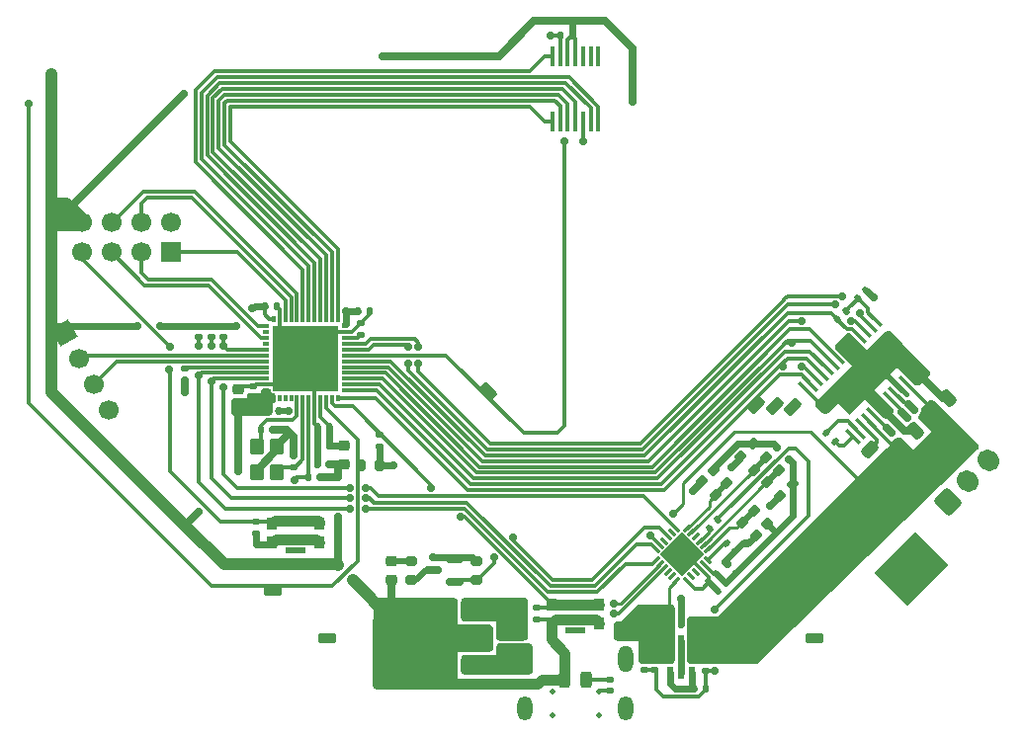
<source format=gbr>
%TF.GenerationSoftware,KiCad,Pcbnew,9.0.1*%
%TF.CreationDate,2025-05-12T15:51:15-07:00*%
%TF.ProjectId,SmartKnobController_ME507,536d6172-744b-46e6-9f62-436f6e74726f,rev?*%
%TF.SameCoordinates,Original*%
%TF.FileFunction,Copper,L1,Top*%
%TF.FilePolarity,Positive*%
%FSLAX46Y46*%
G04 Gerber Fmt 4.6, Leading zero omitted, Abs format (unit mm)*
G04 Created by KiCad (PCBNEW 9.0.1) date 2025-05-12 15:51:15*
%MOMM*%
%LPD*%
G01*
G04 APERTURE LIST*
G04 Aperture macros list*
%AMRoundRect*
0 Rectangle with rounded corners*
0 $1 Rounding radius*
0 $2 $3 $4 $5 $6 $7 $8 $9 X,Y pos of 4 corners*
0 Add a 4 corners polygon primitive as box body*
4,1,4,$2,$3,$4,$5,$6,$7,$8,$9,$2,$3,0*
0 Add four circle primitives for the rounded corners*
1,1,$1+$1,$2,$3*
1,1,$1+$1,$4,$5*
1,1,$1+$1,$6,$7*
1,1,$1+$1,$8,$9*
0 Add four rect primitives between the rounded corners*
20,1,$1+$1,$2,$3,$4,$5,0*
20,1,$1+$1,$4,$5,$6,$7,0*
20,1,$1+$1,$6,$7,$8,$9,0*
20,1,$1+$1,$8,$9,$2,$3,0*%
%AMHorizOval*
0 Thick line with rounded ends*
0 $1 width*
0 $2 $3 position (X,Y) of the first rounded end (center of the circle)*
0 $4 $5 position (X,Y) of the second rounded end (center of the circle)*
0 Add line between two ends*
20,1,$1,$2,$3,$4,$5,0*
0 Add two circle primitives to create the rounded ends*
1,1,$1,$2,$3*
1,1,$1,$4,$5*%
%AMRotRect*
0 Rectangle, with rotation*
0 The origin of the aperture is its center*
0 $1 length*
0 $2 width*
0 $3 Rotation angle, in degrees counterclockwise*
0 Add horizontal line*
21,1,$1,$2,0,0,$3*%
G04 Aperture macros list end*
%TA.AperFunction,SMDPad,CuDef*%
%ADD10R,0.300000X0.550000*%
%TD*%
%TA.AperFunction,SMDPad,CuDef*%
%ADD11R,0.550000X0.300000*%
%TD*%
%TA.AperFunction,SMDPad,CuDef*%
%ADD12R,5.600000X5.600000*%
%TD*%
%TA.AperFunction,SMDPad,CuDef*%
%ADD13RoundRect,0.200000X-0.275000X0.200000X-0.275000X-0.200000X0.275000X-0.200000X0.275000X0.200000X0*%
%TD*%
%TA.AperFunction,ComponentPad*%
%ADD14RoundRect,0.225000X-0.212132X-0.530330X0.530330X0.212132X0.212132X0.530330X-0.530330X-0.212132X0*%
%TD*%
%TA.AperFunction,SMDPad,CuDef*%
%ADD15RoundRect,0.140000X-0.140000X-0.170000X0.140000X-0.170000X0.140000X0.170000X-0.140000X0.170000X0*%
%TD*%
%TA.AperFunction,SMDPad,CuDef*%
%ADD16RoundRect,0.200000X0.335876X0.053033X0.053033X0.335876X-0.335876X-0.053033X-0.053033X-0.335876X0*%
%TD*%
%TA.AperFunction,SMDPad,CuDef*%
%ADD17RoundRect,0.140000X0.140000X0.170000X-0.140000X0.170000X-0.140000X-0.170000X0.140000X-0.170000X0*%
%TD*%
%TA.AperFunction,SMDPad,CuDef*%
%ADD18RoundRect,0.140000X0.021213X-0.219203X0.219203X-0.021213X-0.021213X0.219203X-0.219203X0.021213X0*%
%TD*%
%TA.AperFunction,SMDPad,CuDef*%
%ADD19R,2.470000X0.980000*%
%TD*%
%TA.AperFunction,SMDPad,CuDef*%
%ADD20R,2.470000X3.600000*%
%TD*%
%TA.AperFunction,SMDPad,CuDef*%
%ADD21RoundRect,0.140000X0.170000X-0.140000X0.170000X0.140000X-0.170000X0.140000X-0.170000X-0.140000X0*%
%TD*%
%TA.AperFunction,SMDPad,CuDef*%
%ADD22RoundRect,0.140000X-0.170000X0.140000X-0.170000X-0.140000X0.170000X-0.140000X0.170000X0.140000X0*%
%TD*%
%TA.AperFunction,ComponentPad*%
%ADD23RoundRect,0.225000X-0.530330X0.212132X0.212132X-0.530330X0.530330X-0.212132X-0.212132X0.530330X0*%
%TD*%
%TA.AperFunction,SMDPad,CuDef*%
%ADD24RoundRect,0.242500X0.242500X0.457500X-0.242500X0.457500X-0.242500X-0.457500X0.242500X-0.457500X0*%
%TD*%
%TA.AperFunction,SMDPad,CuDef*%
%ADD25RotRect,0.254000X0.812800X315.000000*%
%TD*%
%TA.AperFunction,SMDPad,CuDef*%
%ADD26RotRect,0.254000X0.812800X225.000000*%
%TD*%
%TA.AperFunction,SMDPad,CuDef*%
%ADD27RotRect,2.641600X2.641600X225.000000*%
%TD*%
%TA.AperFunction,ComponentPad*%
%ADD28RoundRect,0.225000X-0.525000X-0.225000X0.525000X-0.225000X0.525000X0.225000X-0.525000X0.225000X0*%
%TD*%
%TA.AperFunction,SMDPad,CuDef*%
%ADD29RoundRect,0.150000X0.590000X0.150000X-0.590000X0.150000X-0.590000X-0.150000X0.590000X-0.150000X0*%
%TD*%
%TA.AperFunction,SMDPad,CuDef*%
%ADD30RoundRect,0.200000X0.275000X-0.200000X0.275000X0.200000X-0.275000X0.200000X-0.275000X-0.200000X0*%
%TD*%
%TA.AperFunction,SMDPad,CuDef*%
%ADD31RoundRect,0.140000X-0.219203X-0.021213X-0.021213X-0.219203X0.219203X0.021213X0.021213X0.219203X0*%
%TD*%
%TA.AperFunction,SMDPad,CuDef*%
%ADD32RoundRect,0.200000X-0.335876X-0.053033X-0.053033X-0.335876X0.335876X0.053033X0.053033X0.335876X0*%
%TD*%
%TA.AperFunction,SMDPad,CuDef*%
%ADD33RoundRect,0.140000X0.219203X0.021213X0.021213X0.219203X-0.219203X-0.021213X-0.021213X-0.219203X0*%
%TD*%
%TA.AperFunction,SMDPad,CuDef*%
%ADD34RoundRect,0.250000X0.350000X-0.450000X0.350000X0.450000X-0.350000X0.450000X-0.350000X-0.450000X0*%
%TD*%
%TA.AperFunction,SMDPad,CuDef*%
%ADD35RoundRect,0.140000X-0.021213X0.219203X-0.219203X0.021213X0.021213X-0.219203X0.219203X-0.021213X0*%
%TD*%
%TA.AperFunction,SMDPad,CuDef*%
%ADD36RoundRect,0.220000X-0.255000X0.220000X-0.255000X-0.220000X0.255000X-0.220000X0.255000X0.220000X0*%
%TD*%
%TA.AperFunction,SMDPad,CuDef*%
%ADD37HorizOval,0.340000X-0.491439X0.491439X0.491439X-0.491439X0*%
%TD*%
%TA.AperFunction,SMDPad,CuDef*%
%ADD38RotRect,6.200000X2.750000X45.000000*%
%TD*%
%TA.AperFunction,SMDPad,CuDef*%
%ADD39RoundRect,0.250000X0.159099X-0.512652X0.512652X-0.159099X-0.159099X0.512652X-0.512652X0.159099X0*%
%TD*%
%TA.AperFunction,SMDPad,CuDef*%
%ADD40R,0.600000X1.100000*%
%TD*%
%TA.AperFunction,SMDPad,CuDef*%
%ADD41RoundRect,0.225000X0.250000X-0.225000X0.250000X0.225000X-0.250000X0.225000X-0.250000X-0.225000X0*%
%TD*%
%TA.AperFunction,SMDPad,CuDef*%
%ADD42RoundRect,0.250000X0.512652X0.159099X0.159099X0.512652X-0.512652X-0.159099X-0.159099X-0.512652X0*%
%TD*%
%TA.AperFunction,SMDPad,CuDef*%
%ADD43R,0.900000X1.000000*%
%TD*%
%TA.AperFunction,SMDPad,CuDef*%
%ADD44R,1.700000X0.550000*%
%TD*%
%TA.AperFunction,SMDPad,CuDef*%
%ADD45RotRect,2.800000X5.000000X135.000000*%
%TD*%
%TA.AperFunction,SMDPad,CuDef*%
%ADD46RotRect,4.000000X5.000000X135.000000*%
%TD*%
%TA.AperFunction,SMDPad,CuDef*%
%ADD47R,0.400000X1.700000*%
%TD*%
%TA.AperFunction,SMDPad,CuDef*%
%ADD48RoundRect,0.200000X-0.200000X-0.275000X0.200000X-0.275000X0.200000X0.275000X-0.200000X0.275000X0*%
%TD*%
%TA.AperFunction,ComponentPad*%
%ADD49RoundRect,0.225000X0.525000X0.225000X-0.525000X0.225000X-0.525000X-0.225000X0.525000X-0.225000X0*%
%TD*%
%TA.AperFunction,ComponentPad*%
%ADD50RoundRect,0.225000X0.212132X0.530330X-0.530330X-0.212132X-0.212132X-0.530330X0.530330X0.212132X0*%
%TD*%
%TA.AperFunction,ComponentPad*%
%ADD51R,1.700000X1.700000*%
%TD*%
%TA.AperFunction,ComponentPad*%
%ADD52C,1.700000*%
%TD*%
%TA.AperFunction,ComponentPad*%
%ADD53RotRect,1.700000X1.700000X210.000000*%
%TD*%
%TA.AperFunction,ComponentPad*%
%ADD54O,1.300000X2.100000*%
%TD*%
%TA.AperFunction,ComponentPad*%
%ADD55O,1.300000X2.300000*%
%TD*%
%TA.AperFunction,ComponentPad*%
%ADD56C,0.500000*%
%TD*%
%TA.AperFunction,ComponentPad*%
%ADD57RoundRect,0.250000X0.088388X-0.936916X0.936916X-0.088388X-0.088388X0.936916X-0.936916X0.088388X0*%
%TD*%
%TA.AperFunction,ComponentPad*%
%ADD58HorizOval,1.700000X-0.088388X0.088388X0.088388X-0.088388X0*%
%TD*%
%TA.AperFunction,ViaPad*%
%ADD59C,0.700000*%
%TD*%
%TA.AperFunction,Conductor*%
%ADD60C,0.700000*%
%TD*%
%TA.AperFunction,Conductor*%
%ADD61C,0.500000*%
%TD*%
%TA.AperFunction,Conductor*%
%ADD62C,0.600000*%
%TD*%
%TA.AperFunction,Conductor*%
%ADD63C,0.300000*%
%TD*%
%TA.AperFunction,Conductor*%
%ADD64C,0.900000*%
%TD*%
%TA.AperFunction,Conductor*%
%ADD65C,0.299000*%
%TD*%
%TA.AperFunction,Conductor*%
%ADD66C,1.500000*%
%TD*%
%TA.AperFunction,Conductor*%
%ADD67C,1.000000*%
%TD*%
%TA.AperFunction,Conductor*%
%ADD68C,0.250000*%
%TD*%
G04 APERTURE END LIST*
D10*
%TO.P,U4,1,VBAT*%
%TO.N,+3.3V*%
X127300000Y-114875000D03*
%TO.P,U4,2,PC13*%
%TO.N,unconnected-(U4-PC13-Pad2)*%
X127800000Y-114875000D03*
%TO.P,U4,3,PC14*%
%TO.N,unconnected-(U4-PC14-Pad3)*%
X128300001Y-114875000D03*
%TO.P,U4,4,PC15*%
%TO.N,unconnected-(U4-PC15-Pad4)*%
X128800000Y-114875000D03*
%TO.P,U4,5,PH0*%
%TO.N,/OSC_IN*%
X129300000Y-114874999D03*
%TO.P,U4,6,PH1*%
%TO.N,/OSC_OUT*%
X129800000Y-114875000D03*
%TO.P,U4,7,NRST*%
%TO.N,/NRST*%
X130300000Y-114875000D03*
%TO.P,U4,8,VSSA*%
%TO.N,GND*%
X130800000Y-114874999D03*
%TO.P,U4,9,VDDA*%
%TO.N,+3.3VA*%
X131300000Y-114875000D03*
%TO.P,U4,10,PA0*%
%TO.N,/FSR_ADC*%
X131799999Y-114875000D03*
%TO.P,U4,11,PA1*%
%TO.N,/USER*%
X132300000Y-114875000D03*
%TO.P,U4,12,PA2*%
%TO.N,/TIM2_CH3*%
X132800000Y-114875000D03*
D11*
%TO.P,U4,13,PA3*%
%TO.N,/TIM2_CH4*%
X133425000Y-114250000D03*
%TO.P,U4,14,PA4*%
%TO.N,/MOT_EN2*%
X133425000Y-113750000D03*
%TO.P,U4,15,PA5*%
%TO.N,/TIM2_CH1*%
X133425000Y-113249999D03*
%TO.P,U4,16,PA6*%
%TO.N,/MOT_EN3*%
X133425000Y-112750000D03*
%TO.P,U4,17,PA7*%
%TO.N,/MOT_EN1*%
X133424999Y-112250000D03*
%TO.P,U4,18,PB0*%
%TO.N,/DRV_nFLT*%
X133425000Y-111750000D03*
%TO.P,U4,19,PB1*%
%TO.N,/HALL_ADC*%
X133425000Y-111250000D03*
%TO.P,U4,20,PB2*%
%TO.N,/DRV_nSLP*%
X133424999Y-110750000D03*
%TO.P,U4,21,PB10*%
%TO.N,/DRV_nRST*%
X133425000Y-110250000D03*
%TO.P,U4,22,VCAP_1*%
%TO.N,Net-(U4-VCAP_1)*%
X133425000Y-109750001D03*
%TO.P,U4,23,VSS*%
%TO.N,GND*%
X133425000Y-109250000D03*
%TO.P,U4,24,VDD*%
%TO.N,+3.3V*%
X133425000Y-108750000D03*
D10*
%TO.P,U4,25,PB12*%
%TO.N,/ENC_CSn*%
X132800000Y-108125000D03*
%TO.P,U4,26,PB13*%
%TO.N,/ENC_SCK*%
X132300000Y-108125000D03*
%TO.P,U4,27,PB14*%
%TO.N,/ENC_MISO*%
X131799999Y-108125000D03*
%TO.P,U4,28,PB15*%
%TO.N,/ENC_MOSI*%
X131300000Y-108125000D03*
%TO.P,U4,29,PA8*%
%TO.N,/TIM1_CH1*%
X130800000Y-108125001D03*
%TO.P,U4,30,PA9*%
%TO.N,/TIM1_CH2*%
X130300000Y-108125000D03*
%TO.P,U4,31,PA10*%
%TO.N,/ENC_I*%
X129800000Y-108125000D03*
%TO.P,U4,32,PA11*%
%TO.N,/TX6*%
X129300000Y-108125001D03*
%TO.P,U4,33,PA12*%
%TO.N,/RX6*%
X128800000Y-108125000D03*
%TO.P,U4,34,PA13*%
%TO.N,/SWDIO*%
X128300001Y-108125000D03*
%TO.P,U4,35,VSS*%
%TO.N,GND*%
X127800000Y-108125000D03*
%TO.P,U4,36,VDD*%
%TO.N,+3.3V*%
X127300000Y-108125000D03*
D11*
%TO.P,U4,37,PA14*%
%TO.N,/SWCLK*%
X126675000Y-108750000D03*
%TO.P,U4,38,PA15*%
%TO.N,unconnected-(U4-PA15-Pad38)*%
X126675000Y-109250000D03*
%TO.P,U4,39,PB3*%
%TO.N,/SWO*%
X126675000Y-109750001D03*
%TO.P,U4,40,PB4*%
%TO.N,unconnected-(U4-PB4-Pad40)*%
X126675000Y-110250000D03*
%TO.P,U4,41,PB5*%
%TO.N,/PD_nINT*%
X126675001Y-110750000D03*
%TO.P,U4,42,PB6*%
%TO.N,/TX1*%
X126675000Y-111250000D03*
%TO.P,U4,43,PB7*%
%TO.N,/RX1*%
X126675000Y-111750000D03*
%TO.P,U4,44,BOOT0*%
%TO.N,/BOOT0*%
X126675001Y-112250000D03*
%TO.P,U4,45,PB8*%
%TO.N,/PD_SCL*%
X126675000Y-112750000D03*
%TO.P,U4,46,PB9*%
%TO.N,/PD_SDA*%
X126675000Y-113249999D03*
%TO.P,U4,47,VSS*%
%TO.N,GND*%
X126675000Y-113750000D03*
%TO.P,U4,48,VDD*%
%TO.N,+3.3V*%
X126675000Y-114250000D03*
D12*
%TO.P,U4,49,GND*%
%TO.N,GND*%
X130050000Y-111500000D03*
%TD*%
D13*
%TO.P,R16,1*%
%TO.N,Net-(D1-Pad1)*%
X139100000Y-128879999D03*
%TO.P,R16,2*%
%TO.N,Net-(Q1-D)*%
X139100000Y-130520001D03*
%TD*%
D14*
%TO.P,TP3,1,1*%
%TO.N,+12V*%
X168800000Y-136800000D03*
%TD*%
D15*
%TO.P,C19,1*%
%TO.N,/V_BUS*%
X161212564Y-133116386D03*
%TO.P,C19,2*%
%TO.N,GND*%
X162212562Y-133116386D03*
%TD*%
D16*
%TO.P,R9,1*%
%TO.N,/ISNK_C*%
X168445634Y-121052740D03*
%TO.P,R9,2*%
%TO.N,GND*%
X167285978Y-119893084D03*
%TD*%
D17*
%TO.P,R1,1*%
%TO.N,+3.3V*%
X131299999Y-121700000D03*
%TO.P,R1,2*%
%TO.N,/NRST*%
X130300001Y-121700000D03*
%TD*%
D15*
%TO.P,C4,1*%
%TO.N,+3.3V*%
X134550001Y-107500000D03*
%TO.P,C4,2*%
%TO.N,GND*%
X135549999Y-107500000D03*
%TD*%
D18*
%TO.P,C31,1*%
%TO.N,Net-(U2-V3P3OUT)*%
X177346447Y-106353553D03*
%TO.P,C31,2*%
%TO.N,GND*%
X178053553Y-105646447D03*
%TD*%
D19*
%TO.P,U3,1,GND*%
%TO.N,GND*%
X144730000Y-137800000D03*
%TO.P,U3,2,OUT*%
%TO.N,+3.3V*%
X144730000Y-135500000D03*
%TO.P,U3,3,IN*%
%TO.N,/V_BUS*%
X144730000Y-133200000D03*
D20*
%TO.P,U3,4,OUT*%
%TO.N,+3.3V*%
X139070000Y-135500000D03*
%TD*%
D21*
%TO.P,C13,1*%
%TO.N,/OSC_OUT*%
X129019999Y-120799999D03*
%TO.P,C13,2*%
%TO.N,GND*%
X129019999Y-119800001D03*
%TD*%
D22*
%TO.P,R22,1*%
%TO.N,+3.3V*%
X120900001Y-108700001D03*
%TO.P,R22,2*%
%TO.N,/PD_SCL*%
X120900001Y-109700001D03*
%TD*%
%TO.P,C22,1*%
%TO.N,/V_BUS*%
X159039340Y-137200002D03*
%TO.P,C22,2*%
%TO.N,/FET_EN_2*%
X159039340Y-138200000D03*
%TD*%
D17*
%TO.P,C7,1*%
%TO.N,+3.3VA*%
X132049998Y-117362500D03*
%TO.P,C7,2*%
%TO.N,GND*%
X131050000Y-117362500D03*
%TD*%
D23*
%TO.P,TP4,1,1*%
%TO.N,/HALL_ADC*%
X145700000Y-114300000D03*
%TD*%
D24*
%TO.P,D3,1*%
%TO.N,/PWR_LED*%
X154089999Y-139000000D03*
%TO.P,D3,2*%
%TO.N,+3.3V*%
X152210001Y-139000000D03*
%TD*%
D16*
%TO.P,R10,1*%
%TO.N,/ISNK_FINE*%
X165119359Y-123219359D03*
%TO.P,R10,2*%
%TO.N,GND*%
X163959703Y-122059703D03*
%TD*%
D25*
%TO.P,U1,1,VBUS_MIN*%
%TO.N,/VBUS_MIN*%
X164487747Y-127865184D03*
%TO.P,U1,2,VBUS_MAX*%
%TO.N,/VBUS_MAX*%
X164134194Y-127511632D03*
%TO.P,U1,3,VBUS_FET_EN*%
%TO.N,/VBUS_FET_EN*%
X163780640Y-127158078D03*
%TO.P,U1,4,SAFE_PWR_EN*%
%TO.N,unconnected-(U1-SAFE_PWR_EN-Pad4)*%
X163427086Y-126804524D03*
%TO.P,U1,5,ISNK_COARSE*%
%TO.N,/ISNK_C*%
X163073532Y-126450970D03*
%TO.P,U1,6,ISNK_FINE*%
%TO.N,/ISNK_FINE*%
X162719980Y-126097417D03*
D26*
%TO.P,U1,7,~{HPI_INT}*%
%TO.N,/PD_nINT*%
X161811630Y-126097417D03*
%TO.P,U1,8,GPIO_1*%
%TO.N,unconnected-(U1-GPIO_1-Pad8)*%
X161458078Y-126450970D03*
%TO.P,U1,9,FAULT*%
%TO.N,/FAULT*%
X161104524Y-126804524D03*
%TO.P,U1,10,FLIP*%
%TO.N,unconnected-(U1-FLIP-Pad10)*%
X160750970Y-127158078D03*
%TO.P,U1,11,VDC_OUT*%
%TO.N,+12V*%
X160397416Y-127511632D03*
%TO.P,U1,12,HPI_SDA*%
%TO.N,/PD_SDA*%
X160043863Y-127865184D03*
D25*
%TO.P,U1,13,HPI_SCL*%
%TO.N,/PD_SCL*%
X160043863Y-128773534D03*
%TO.P,U1,14,CC2*%
%TO.N,Net-(J1-CC2)*%
X160397416Y-129127086D03*
%TO.P,U1,15,CC1*%
%TO.N,Net-(J1-CC1)*%
X160750970Y-129480640D03*
%TO.P,U1,16,D-*%
%TO.N,unconnected-(U1-D--Pad16)*%
X161104524Y-129834194D03*
%TO.P,U1,17,D+*%
%TO.N,unconnected-(U1-D+-Pad17)*%
X161458078Y-130187748D03*
%TO.P,U1,18,VBUS_IN*%
%TO.N,/V_BUS*%
X161811630Y-130541301D03*
D26*
%TO.P,U1,19,GND*%
%TO.N,GND*%
X162719980Y-130541301D03*
%TO.P,U1,20,DNU1*%
%TO.N,unconnected-(U1-DNU1-Pad20)*%
X163073532Y-130187748D03*
%TO.P,U1,21,DNU2*%
%TO.N,unconnected-(U1-DNU2-Pad21)*%
X163427086Y-129834194D03*
%TO.P,U1,22,GND*%
%TO.N,GND*%
X163780640Y-129480640D03*
%TO.P,U1,23,VDDD*%
%TO.N,/3.3V_PD*%
X164134194Y-129127086D03*
%TO.P,U1,24,VCCD*%
%TO.N,Net-(U1-VCCD)*%
X164487747Y-128773534D03*
D27*
%TO.P,U1,25,EP*%
%TO.N,GND*%
X162265805Y-128319359D03*
%TD*%
D14*
%TO.P,TP9,1,1*%
%TO.N,/TIM2_CH4*%
X170200000Y-115600000D03*
%TD*%
D21*
%TO.P,C1,1*%
%TO.N,Net-(U4-VCAP_1)*%
X134799999Y-109499999D03*
%TO.P,C1,2*%
%TO.N,GND*%
X134799999Y-108500001D03*
%TD*%
D22*
%TO.P,R23,1*%
%TO.N,+3.3V*%
X121950001Y-108700001D03*
%TO.P,R23,2*%
%TO.N,/PD_SDA*%
X121950001Y-109700001D03*
%TD*%
D28*
%TO.P,TP2,1,1*%
%TO.N,GND*%
X173650000Y-135500000D03*
%TD*%
D29*
%TO.P,Q1,1,G*%
%TO.N,/FAULT*%
X142830000Y-130629999D03*
%TO.P,Q1,2,S*%
%TO.N,GND*%
X142830000Y-128729999D03*
%TO.P,Q1,3,D*%
%TO.N,Net-(Q1-D)*%
X140950001Y-129679999D03*
%TD*%
D30*
%TO.P,R20,1*%
%TO.N,/FAULT*%
X144640000Y-130500000D03*
%TO.P,R20,2*%
%TO.N,GND*%
X144640000Y-128859998D03*
%TD*%
D15*
%TO.P,C20,1*%
%TO.N,/V_BUS*%
X161200001Y-134300000D03*
%TO.P,C20,2*%
%TO.N,GND*%
X162199999Y-134300000D03*
%TD*%
D31*
%TO.P,C18,1*%
%TO.N,Net-(U1-VCCD)*%
X166065806Y-127365806D03*
%TO.P,C18,2*%
%TO.N,GND*%
X166772912Y-128072912D03*
%TD*%
D14*
%TO.P,TP8,1,1*%
%TO.N,/TIM2_CH3*%
X168600000Y-115500000D03*
%TD*%
D32*
%TO.P,R5,1*%
%TO.N,/VBUS_MAX*%
X169539531Y-122139531D03*
%TO.P,R5,2*%
%TO.N,GND*%
X170699187Y-123299187D03*
%TD*%
D28*
%TO.P,TP10,1,1*%
%TO.N,GND*%
X131900000Y-135500000D03*
%TD*%
D22*
%TO.P,C21,1*%
%TO.N,+12V*%
X164300000Y-137300001D03*
%TO.P,C21,2*%
%TO.N,/FET_EN_2*%
X164300000Y-138299999D03*
%TD*%
D16*
%TO.P,R4,1*%
%TO.N,/3.3V_PD*%
X171759847Y-122238527D03*
%TO.P,R4,2*%
%TO.N,/VBUS_MAX*%
X170600191Y-121078871D03*
%TD*%
D22*
%TO.P,C25,1*%
%TO.N,/V_BUS*%
X147150000Y-135350001D03*
%TO.P,C25,2*%
%TO.N,GND*%
X147150000Y-136349999D03*
%TD*%
D15*
%TO.P,C5,1*%
%TO.N,+3.3V*%
X126700001Y-115999999D03*
%TO.P,C5,2*%
%TO.N,GND*%
X127699999Y-115999999D03*
%TD*%
D33*
%TO.P,C15,1*%
%TO.N,/3.3V_PD*%
X166872912Y-129872912D03*
%TO.P,C15,2*%
%TO.N,GND*%
X166165806Y-129165806D03*
%TD*%
D17*
%TO.P,C9,1*%
%TO.N,+3.3V*%
X132049999Y-120600000D03*
%TO.P,C9,2*%
%TO.N,GND*%
X131050001Y-120600000D03*
%TD*%
D34*
%TO.P,X2,1,OSC*%
%TO.N,/OSC_OUT*%
X127600000Y-121300000D03*
%TO.P,X2,2,GND*%
%TO.N,GND*%
X127600000Y-119100002D03*
%TO.P,X2,3,OSC*%
%TO.N,/OSC_IN*%
X125840000Y-119100002D03*
%TO.P,X2,4,GND*%
%TO.N,GND*%
X125840000Y-121300000D03*
%TD*%
D35*
%TO.P,C17,1*%
%TO.N,/3.3V_PD*%
X166022912Y-130715806D03*
%TO.P,C17,2*%
%TO.N,GND*%
X165315806Y-131422912D03*
%TD*%
D22*
%TO.P,R24,1*%
%TO.N,+3.3V*%
X123000001Y-108700001D03*
%TO.P,R24,2*%
%TO.N,/PD_nINT*%
X122999999Y-109699999D03*
%TD*%
D32*
%TO.P,R7,1*%
%TO.N,/VBUS_MIN*%
X167439531Y-125539531D03*
%TO.P,R7,2*%
%TO.N,GND*%
X168599187Y-126699187D03*
%TD*%
D22*
%TO.P,C12,1*%
%TO.N,/USER*%
X149800000Y-132900001D03*
%TO.P,C12,2*%
%TO.N,+3.3V*%
X149800000Y-133899999D03*
%TD*%
D36*
%TO.P,D1,1*%
%TO.N,Net-(D1-Pad1)*%
X137350000Y-128910001D03*
%TO.P,D1,2*%
%TO.N,+3.3V*%
X137350000Y-130489999D03*
%TD*%
D21*
%TO.P,C2,1*%
%TO.N,+3.3V*%
X125550001Y-114899999D03*
%TO.P,C2,2*%
%TO.N,GND*%
X125550001Y-113900001D03*
%TD*%
D37*
%TO.P,U2,1,CP1*%
%TO.N,Net-(U2-CP1)*%
X176888335Y-118220458D03*
%TO.P,U2,2,CP2*%
%TO.N,Net-(U2-CP2)*%
X177347954Y-117760839D03*
%TO.P,U2,3,VCP*%
%TO.N,Net-(U2-VCP)*%
X177807574Y-117301219D03*
%TO.P,U2,4,VM*%
%TO.N,+12V*%
X178267193Y-116841600D03*
%TO.P,U2,5,OUT1*%
%TO.N,/MOT_1*%
X178726812Y-116381981D03*
%TO.P,U2,6,PGND1*%
%TO.N,GND*%
X179186432Y-115922361D03*
%TO.P,U2,7,PGND2*%
X179653122Y-115455671D03*
%TO.P,U2,8,OUT2*%
%TO.N,/MOT_2*%
X180112742Y-114996051D03*
%TO.P,U2,9,OUT3*%
%TO.N,/MOT_3*%
X180572361Y-114536432D03*
%TO.P,U2,10,PGND3*%
%TO.N,GND*%
X181031981Y-114076812D03*
%TO.P,U2,11,VM*%
%TO.N,+12V*%
X181491600Y-113617193D03*
%TO.P,U2,12,COMPP*%
%TO.N,GND*%
X181951219Y-113157574D03*
%TO.P,U2,13,COMPN*%
X182410839Y-112697954D03*
%TO.P,U2,14,GND*%
X182870458Y-112238335D03*
%TO.P,U2,15,V3P3OUT*%
%TO.N,Net-(U2-V3P3OUT)*%
X178811665Y-108179542D03*
%TO.P,U2,16,~{RESET}*%
%TO.N,/DRV_nRST*%
X178352046Y-108639161D03*
%TO.P,U2,17,~{SLEEP}*%
%TO.N,/DRV_nSLP*%
X177892426Y-109098781D03*
%TO.P,U2,18,~{FAULT}*%
%TO.N,/DRV_nFLT*%
X177432807Y-109558400D03*
%TO.P,U2,19,~{COMPO}*%
%TO.N,GND*%
X176973188Y-110018019D03*
%TO.P,U2,20,GND*%
X176513568Y-110477639D03*
%TO.P,U2,21,NC*%
X176053949Y-110937258D03*
%TO.P,U2,22,EN3*%
%TO.N,/MOT_EN3*%
X175594329Y-111396878D03*
%TO.P,U2,23,IN3*%
%TO.N,/TIM2_CH1*%
X175127639Y-111863568D03*
%TO.P,U2,24,EN2*%
%TO.N,/MOT_EN2*%
X174668019Y-112323188D03*
%TO.P,U2,25,IN2*%
%TO.N,/TIM2_CH4*%
X174208400Y-112782807D03*
%TO.P,U2,26,EN1*%
%TO.N,/MOT_EN1*%
X173748781Y-113242426D03*
%TO.P,U2,27,IN1*%
%TO.N,/TIM2_CH3*%
X173289161Y-113702046D03*
%TO.P,U2,28,GND*%
%TO.N,GND*%
X172829542Y-114161665D03*
D38*
%TO.P,U2,29,EP*%
X177850000Y-113200000D03*
%TD*%
D39*
%TO.P,C33,1*%
%TO.N,+12V*%
X180878249Y-119071751D03*
%TO.P,C33,2*%
%TO.N,GND*%
X182221751Y-117728249D03*
%TD*%
D15*
%TO.P,C3,1*%
%TO.N,+3.3V*%
X126550000Y-107000000D03*
%TO.P,C3,2*%
%TO.N,GND*%
X127549998Y-107000000D03*
%TD*%
D22*
%TO.P,R2,1*%
%TO.N,/BOOT0*%
X119700000Y-112400001D03*
%TO.P,R2,2*%
%TO.N,GND*%
X119700000Y-113399999D03*
%TD*%
D40*
%TO.P,Q3,1,G1*%
%TO.N,/G*%
X161250000Y-138450000D03*
%TO.P,Q3,2,S2*%
%TO.N,/S*%
X162200000Y-138450000D03*
%TO.P,Q3,3,G2*%
%TO.N,/G*%
X163150000Y-138450000D03*
%TO.P,Q3,4,D2*%
%TO.N,+12V*%
X163150000Y-135750000D03*
%TO.P,Q3,5,S1*%
%TO.N,/S*%
X162200000Y-135750000D03*
%TO.P,Q3,6,D1*%
%TO.N,/V_BUS*%
X161250000Y-135750000D03*
%TD*%
D28*
%TO.P,TP1,1,1*%
%TO.N,+3.3V*%
X136800000Y-139200000D03*
%TD*%
D35*
%TO.P,C16,1*%
%TO.N,/3.3V_PD*%
X165272912Y-129965806D03*
%TO.P,C16,2*%
%TO.N,GND*%
X164565806Y-130672912D03*
%TD*%
D21*
%TO.P,R25,1*%
%TO.N,GND*%
X136350000Y-119049999D03*
%TO.P,R25,2*%
%TO.N,/USER*%
X136350000Y-118050001D03*
%TD*%
D41*
%TO.P,C26,1*%
%TO.N,+3.3V*%
X147150000Y-139380000D03*
%TO.P,C26,2*%
%TO.N,GND*%
X147150000Y-137820000D03*
%TD*%
D17*
%TO.P,C8,1*%
%TO.N,+3.3VA*%
X132049999Y-119000001D03*
%TO.P,C8,2*%
%TO.N,GND*%
X131050001Y-118999999D03*
%TD*%
D42*
%TO.P,C35,1*%
%TO.N,+12V*%
X179721751Y-120671751D03*
%TO.P,C35,2*%
%TO.N,Net-(U2-VCP)*%
X178378249Y-119328249D03*
%TD*%
D31*
%TO.P,C32,1*%
%TO.N,Net-(U2-CP2)*%
X174660661Y-117889340D03*
%TO.P,C32,2*%
%TO.N,Net-(U2-CP1)*%
X175367767Y-118596446D03*
%TD*%
D32*
%TO.P,R8,1*%
%TO.N,/3.3V_PD*%
X168346638Y-118832424D03*
%TO.P,R8,2*%
%TO.N,/ISNK_C*%
X169506294Y-119992080D03*
%TD*%
D15*
%TO.P,C28,1*%
%TO.N,GND*%
X151850001Y-83800000D03*
%TO.P,C28,2*%
%TO.N,+3.3V*%
X152849999Y-83800000D03*
%TD*%
D22*
%TO.P,C10,1*%
%TO.N,/NRST*%
X125795001Y-125510001D03*
%TO.P,C10,2*%
%TO.N,GND*%
X125795001Y-126509999D03*
%TD*%
D43*
%TO.P,SW2,1*%
%TO.N,+3.3V*%
X151100000Y-134205000D03*
%TO.P,SW2,2*%
%TO.N,/USER*%
X151100000Y-132605000D03*
%TO.P,SW2,3*%
X155200000Y-132605000D03*
%TO.P,SW2,4*%
%TO.N,+3.3V*%
X155200000Y-134205000D03*
D44*
%TO.P,SW2,5*%
%TO.N,unconnected-(SW2-Pad5)*%
X153150000Y-134825000D03*
%TD*%
D45*
%TO.P,C14,1*%
%TO.N,+12V*%
X178293756Y-125993756D03*
D46*
%TO.P,C14,2*%
%TO.N,GND*%
X181900000Y-129600000D03*
%TD*%
D15*
%TO.P,R13,1*%
%TO.N,/G*%
X163300001Y-139800000D03*
%TO.P,R13,2*%
%TO.N,/FET_EN_2*%
X164299999Y-139800000D03*
%TD*%
D16*
%TO.P,R6,1*%
%TO.N,/3.3V_PD*%
X169599187Y-125699187D03*
%TO.P,R6,2*%
%TO.N,/VBUS_MIN*%
X168439531Y-124539531D03*
%TD*%
D36*
%TO.P,FB1,1*%
%TO.N,+3.3VA*%
X133350000Y-119010001D03*
%TO.P,FB1,2*%
%TO.N,+3.3V*%
X133350000Y-120589999D03*
%TD*%
D47*
%TO.P,U5,1,CSn*%
%TO.N,/ENC_CSn*%
X151200000Y-91200000D03*
%TO.P,U5,2,CLK*%
%TO.N,/ENC_SCK*%
X151850000Y-91200000D03*
%TO.P,U5,3,MISO*%
%TO.N,/ENC_MISO*%
X152500001Y-91200000D03*
%TO.P,U5,4,MOSI*%
%TO.N,/ENC_MOSI*%
X153150000Y-91200000D03*
%TO.P,U5,5,Test*%
%TO.N,GND*%
X153799999Y-91200000D03*
%TO.P,U5,6,B*%
%TO.N,/TIM1_CH1*%
X154450000Y-91200000D03*
%TO.P,U5,7,A*%
%TO.N,/TIM1_CH2*%
X155100000Y-91200000D03*
%TO.P,U5,8,W/PWM*%
%TO.N,unconnected-(U5-W{slash}PWM-Pad8)*%
X155100000Y-85600000D03*
%TO.P,U5,9,V*%
%TO.N,unconnected-(U5-V-Pad9)*%
X154450000Y-85600000D03*
%TO.P,U5,10,U*%
%TO.N,unconnected-(U5-U-Pad10)*%
X153799999Y-85600000D03*
%TO.P,U5,11,VDD*%
%TO.N,+3.3V*%
X153150000Y-85600000D03*
%TO.P,U5,12,VDD3V3*%
X152500001Y-85600000D03*
%TO.P,U5,13,GND*%
%TO.N,GND*%
X151850000Y-85600000D03*
%TO.P,U5,14,I*%
%TO.N,/ENC_I*%
X151200000Y-85600000D03*
%TD*%
D15*
%TO.P,C11,1*%
%TO.N,/OSC_IN*%
X126200001Y-117600001D03*
%TO.P,C11,2*%
%TO.N,GND*%
X127199999Y-117600001D03*
%TD*%
D43*
%TO.P,SW1,1*%
%TO.N,GND*%
X127145001Y-127300000D03*
%TO.P,SW1,2*%
%TO.N,/NRST*%
X127145002Y-125700000D03*
%TO.P,SW1,3*%
X131245000Y-125700000D03*
%TO.P,SW1,4*%
%TO.N,GND*%
X131245001Y-127300000D03*
D44*
%TO.P,SW1,5*%
%TO.N,unconnected-(SW1-Pad5)*%
X129195001Y-127920001D03*
%TD*%
D39*
%TO.P,C34,1*%
%TO.N,+12V*%
X183678249Y-116271751D03*
%TO.P,C34,2*%
%TO.N,GND*%
X185021751Y-114928249D03*
%TD*%
D22*
%TO.P,R12,1*%
%TO.N,/V_BUS*%
X159950000Y-137200001D03*
%TO.P,R12,2*%
%TO.N,/FET_EN_2*%
X159950000Y-138199999D03*
%TD*%
D21*
%TO.P,R21,1*%
%TO.N,GND*%
X156100000Y-139999999D03*
%TO.P,R21,2*%
%TO.N,/PWR_LED*%
X156100000Y-139000001D03*
%TD*%
D48*
%TO.P,R18,1*%
%TO.N,/FSR_ADC*%
X134729999Y-120649999D03*
%TO.P,R18,2*%
%TO.N,GND*%
X136370001Y-120650001D03*
%TD*%
D32*
%TO.P,R11,1*%
%TO.N,/3.3V_PD*%
X164959703Y-121059703D03*
%TO.P,R11,2*%
%TO.N,/ISNK_FINE*%
X166119359Y-122219359D03*
%TD*%
D49*
%TO.P,TP5,1,1*%
%TO.N,/FSR_ADC*%
X127200000Y-131400000D03*
%TD*%
D41*
%TO.P,C6,1*%
%TO.N,+3.3V*%
X124300000Y-115680000D03*
%TO.P,C6,2*%
%TO.N,GND*%
X124300000Y-114120000D03*
%TD*%
D18*
%TO.P,R19,1*%
%TO.N,/DRV_nFLT*%
X175596447Y-108153553D03*
%TO.P,R19,2*%
%TO.N,Net-(U2-V3P3OUT)*%
X176303553Y-107446447D03*
%TD*%
D50*
%TO.P,TP7,1,1*%
%TO.N,/TIM2_CH1*%
X171800000Y-115700000D03*
%TD*%
D35*
%TO.P,R14,1*%
%TO.N,/FET_EN_2*%
X165319358Y-125365806D03*
%TO.P,R14,2*%
%TO.N,/VBUS_FET_EN*%
X164612252Y-126072912D03*
%TD*%
D51*
%TO.P,J4,1,Pin_1*%
%TO.N,/SWDIO*%
X118479999Y-102400001D03*
D52*
%TO.P,J4,2,Pin_2*%
%TO.N,GND*%
X118479999Y-99860001D03*
%TO.P,J4,3,Pin_3*%
%TO.N,/SWCLK*%
X115939999Y-102400001D03*
%TO.P,J4,4,Pin_4*%
%TO.N,/RX6*%
X115939999Y-99860000D03*
%TO.P,J4,5,Pin_5*%
%TO.N,/SWO*%
X113400000Y-102400000D03*
%TO.P,J4,6,Pin_6*%
%TO.N,/TX6*%
X113399999Y-99860001D03*
%TO.P,J4,7,Pin_7*%
%TO.N,/NRST*%
X110859999Y-102400001D03*
%TO.P,J4,8,Pin_8*%
%TO.N,+3.3V*%
X110859999Y-99860000D03*
%TD*%
D53*
%TO.P,J2,1,Pin_1*%
%TO.N,+3.3V*%
X109360001Y-109300592D03*
D52*
%TO.P,J2,2,Pin_2*%
%TO.N,/TX1*%
X110630001Y-111500297D03*
%TO.P,J2,3,Pin_3*%
%TO.N,/RX1*%
X111900001Y-113700000D03*
%TO.P,J2,4,Pin_4*%
%TO.N,GND*%
X113170001Y-115899706D03*
%TD*%
D54*
%TO.P,J1,S1,SHIELD*%
%TO.N,GND*%
X157480000Y-141480001D03*
D55*
X157480000Y-137280000D03*
D56*
X155150000Y-142100000D03*
X155150000Y-140100000D03*
X151150000Y-142100000D03*
X151150000Y-140100000D03*
D54*
X148820000Y-141480001D03*
D55*
X148820000Y-137280000D03*
%TD*%
D57*
%TO.P,J3,1,Pin_1*%
%TO.N,/MOT_1*%
X185018216Y-123803750D03*
D58*
%TO.P,J3,2,Pin_2*%
%TO.N,/MOT_2*%
X186785983Y-122035983D03*
%TO.P,J3,3,Pin_3*%
%TO.N,/MOT_3*%
X188553750Y-120268216D03*
%TD*%
D59*
%TO.N,/HALL_ADC*%
X152200000Y-92900000D03*
%TO.N,/PD_SCL*%
X120900000Y-112950000D03*
%TO.N,GND*%
X179596878Y-129896878D03*
X162265805Y-129419359D03*
X166500000Y-120800000D03*
X167700000Y-127400000D03*
X174025000Y-115375000D03*
X178700000Y-106300000D03*
X178550000Y-111800000D03*
X169800000Y-124100000D03*
X137550000Y-120650000D03*
X131649999Y-113100000D03*
X153800000Y-92900000D03*
X181496878Y-131896878D03*
X140950001Y-128579999D03*
X184196878Y-129196878D03*
X163365805Y-128319359D03*
X182196878Y-127196878D03*
X162265805Y-128319359D03*
X177150000Y-113200000D03*
X177150000Y-114600000D03*
X178550000Y-113200000D03*
X179250000Y-112500000D03*
X181900000Y-129600000D03*
X128500000Y-113100000D03*
X162200000Y-132100000D03*
X131600000Y-109950001D03*
X163239531Y-122839531D03*
X119700000Y-114400000D03*
X128500000Y-109950000D03*
X161200000Y-128319359D03*
X128549999Y-116000000D03*
X179950000Y-109500000D03*
X162265805Y-127319359D03*
X151000000Y-83800000D03*
X130050000Y-111500000D03*
X125850000Y-127445000D03*
X177850000Y-113900000D03*
X176450000Y-113900000D03*
X177850000Y-112500000D03*
X128700000Y-117900000D03*
%TO.N,/NRST*%
X118400000Y-110500000D03*
X118375000Y-112450000D03*
X129100000Y-121900000D03*
X129100000Y-125295006D03*
%TO.N,+3.3V*%
X133500000Y-107500000D03*
X117600000Y-108700000D03*
X132800000Y-125100006D03*
X108300000Y-87100000D03*
X132800000Y-121700000D03*
X124300000Y-121200000D03*
X125469975Y-107230025D03*
X134100000Y-130500000D03*
X158050000Y-89500000D03*
X124105025Y-108694975D03*
X132800000Y-129200000D03*
X115600000Y-108700000D03*
X120855025Y-124644975D03*
X119575000Y-88875000D03*
X136600000Y-85600000D03*
%TO.N,/USER*%
X143350765Y-125100006D03*
X140802944Y-122600000D03*
%TO.N,+12V*%
X159565805Y-126719359D03*
X161544975Y-124855025D03*
%TO.N,/3.3V_PD*%
X171444975Y-120144975D03*
X170444556Y-119144556D03*
%TO.N,/V_BUS*%
X156800000Y-134400000D03*
X148000000Y-134400000D03*
X157550000Y-134400000D03*
X157550000Y-135350000D03*
X148750000Y-134400000D03*
X156800000Y-135350000D03*
X158300000Y-135350000D03*
X158300000Y-134400000D03*
X148000000Y-135350000D03*
X148750000Y-135350000D03*
%TO.N,/FET_EN_2*%
X165100000Y-133000000D03*
X165100000Y-138300000D03*
%TO.N,Net-(J1-CC1)*%
X156400000Y-133400003D03*
%TO.N,Net-(J1-CC2)*%
X156400000Y-132500000D03*
%TO.N,/MOT_2*%
X181549927Y-116599927D03*
X181050000Y-116100000D03*
%TO.N,/MOT_1*%
X180250000Y-117900000D03*
X179774293Y-117425707D03*
%TO.N,/FAULT*%
X146171505Y-128578495D03*
X147819975Y-126830025D03*
%TO.N,/FSR_ADC*%
X106300000Y-89700000D03*
%TO.N,/PD_SCL*%
X120900000Y-110400000D03*
X135200000Y-124400006D03*
X133800000Y-124400006D03*
%TO.N,/PD_SDA*%
X135200000Y-123500003D03*
X133800000Y-123500003D03*
X121950000Y-113454673D03*
X121950000Y-110400000D03*
%TO.N,/PD_nINT*%
X133800000Y-122600000D03*
X123000000Y-113949999D03*
X122999999Y-110399999D03*
X135200000Y-122600000D03*
%TO.N,/DRV_nRST*%
X139700000Y-110550000D03*
X177500000Y-107600000D03*
X139700000Y-111950000D03*
X176000000Y-106200000D03*
%TO.N,/MOT_3*%
X182200000Y-115950000D03*
X181700000Y-115450000D03*
%TO.N,/MOT_EN1*%
X172500000Y-108300000D03*
X172500001Y-112200118D03*
%TO.N,/DRV_nSLP*%
X138799997Y-111950000D03*
X175400000Y-106900000D03*
X176800000Y-108300000D03*
X138799997Y-110550000D03*
%TO.N,/TIM2_CH4*%
X170900000Y-112200500D03*
%TO.N,/TIM2_CH1*%
X171700000Y-110200000D03*
%TD*%
D60*
%TO.N,+3.3V*%
X155700000Y-82600000D02*
X152900000Y-82600000D01*
X158050000Y-84950000D02*
X155700000Y-82600000D01*
X158050000Y-89500000D02*
X158050000Y-84950000D01*
D61*
%TO.N,Net-(D1-Pad1)*%
X137380002Y-128879999D02*
X137350000Y-128910001D01*
X139100000Y-128879999D02*
X137380002Y-128879999D01*
%TO.N,Net-(Q1-D)*%
X140320001Y-129679999D02*
X140950001Y-129679999D01*
X139479999Y-130520001D02*
X140320001Y-129679999D01*
X139100000Y-130520001D02*
X139479999Y-130520001D01*
%TO.N,/ISNK_FINE*%
X166119359Y-122219359D02*
X165119359Y-123219359D01*
D62*
%TO.N,/3.3V_PD*%
X167046638Y-118832424D02*
X164959703Y-120919359D01*
X170132424Y-118832424D02*
X167046638Y-118832424D01*
X164959703Y-120919359D02*
X164959703Y-121059703D01*
X170444556Y-119144556D02*
X170132424Y-118832424D01*
D63*
%TO.N,/PD_nINT*%
X123350000Y-110750000D02*
X126675001Y-110750000D01*
X122999999Y-110399999D02*
X123350000Y-110750000D01*
%TO.N,/PD_SCL*%
X120900001Y-110399999D02*
X120900000Y-110400000D01*
X120900001Y-109700001D02*
X120900001Y-110399999D01*
%TO.N,/PD_SDA*%
X121950001Y-110399999D02*
X121950000Y-110400000D01*
X121950001Y-109700001D02*
X121950001Y-110399999D01*
%TO.N,/PD_nINT*%
X122999999Y-110399999D02*
X122999999Y-109699999D01*
D60*
%TO.N,/MOT_1*%
X180250000Y-117900000D02*
X180248586Y-117900000D01*
X180248586Y-117900000D02*
X179774293Y-117425707D01*
%TO.N,/MOT_2*%
X181549927Y-116599927D02*
X181050000Y-116100000D01*
%TO.N,/MOT_3*%
X182200000Y-115950000D02*
X181700000Y-115450000D01*
D63*
X181485929Y-115450000D02*
X180572361Y-114536432D01*
X181700000Y-115450000D02*
X181485929Y-115450000D01*
%TO.N,/MOT_2*%
X181050000Y-115933309D02*
X180112742Y-114996051D01*
X181050000Y-116100000D02*
X181050000Y-115933309D01*
D62*
%TO.N,GND*%
X136350000Y-120630000D02*
X136370001Y-120650001D01*
D60*
X129019999Y-119800001D02*
X129019999Y-118219999D01*
X127600000Y-119320000D02*
X125840000Y-121080000D01*
D62*
X167285978Y-120014022D02*
X166500000Y-120800000D01*
D61*
X128549998Y-115999999D02*
X128549999Y-116000000D01*
D62*
X127000001Y-127445000D02*
X127145001Y-127300000D01*
D63*
X127800001Y-108125000D02*
X127800000Y-107249998D01*
D64*
X131245001Y-127300000D02*
X130939002Y-126994001D01*
D62*
X136370001Y-120650001D02*
X137550000Y-120650000D01*
X167445824Y-127400000D02*
X166772912Y-128072912D01*
D63*
X164565806Y-130265806D02*
X164565806Y-130672912D01*
D62*
X144360001Y-128579999D02*
X140950001Y-128579999D01*
D63*
X151850001Y-83800000D02*
X151000000Y-83800000D01*
D60*
X127600000Y-119100002D02*
X127600000Y-119320000D01*
X181352456Y-117728249D02*
X179550000Y-115925793D01*
D63*
X153799999Y-91200000D02*
X153800000Y-92900000D01*
D60*
X127199999Y-117600001D02*
X128400001Y-117600001D01*
D63*
X156100000Y-139999999D02*
X156099999Y-140000000D01*
D62*
X125795001Y-126509999D02*
X125795001Y-127390001D01*
D65*
X130799999Y-112250000D02*
X130799999Y-117112499D01*
D63*
X135549998Y-107750001D02*
X135549998Y-107500000D01*
D61*
X165315806Y-131422912D02*
X164565806Y-130672912D01*
D63*
X155250000Y-140000000D02*
X155150000Y-140100000D01*
D60*
X128400001Y-117600001D02*
X128700000Y-117900000D01*
D63*
X172829542Y-114179542D02*
X172829542Y-114161665D01*
D62*
X131050001Y-120600000D02*
X131050000Y-117362500D01*
D63*
X163780640Y-129480640D02*
X164565806Y-130265806D01*
D65*
X130799999Y-117112499D02*
X131050000Y-117362500D01*
D63*
X163398038Y-131219359D02*
X164019359Y-131219359D01*
X127800001Y-113750001D02*
X130050000Y-111500000D01*
X174050000Y-115400000D02*
X174025000Y-115375000D01*
D62*
X166772912Y-128072912D02*
X165926465Y-128919359D01*
D60*
X182410839Y-112710839D02*
X182410839Y-112697954D01*
D62*
X178700000Y-106300000D02*
X178053553Y-105653553D01*
D65*
X127800000Y-113750000D02*
X125800001Y-113750000D01*
D62*
X125850000Y-127445000D02*
X127000001Y-127445000D01*
X178053553Y-105653553D02*
X178053553Y-105646447D01*
X168175462Y-127122912D02*
X168175462Y-127124538D01*
D65*
X128500000Y-113100000D02*
X128500000Y-113050000D01*
D60*
X163959703Y-122059703D02*
X163959703Y-122119359D01*
D63*
X132300001Y-109250001D02*
X131600000Y-109950001D01*
X134041738Y-109250001D02*
X134791737Y-108500001D01*
D62*
X167900000Y-127400000D02*
X167700000Y-127400000D01*
D63*
X133425002Y-109249999D02*
X134041738Y-109250001D01*
D65*
X127799999Y-108125000D02*
X127799999Y-109250000D01*
D63*
X127800000Y-107249998D02*
X127550000Y-106999999D01*
X164019359Y-131219359D02*
X164565806Y-130672912D01*
D65*
X130050000Y-111500000D02*
X130799999Y-112250000D01*
D64*
X127451000Y-126994001D02*
X127145001Y-127300000D01*
D63*
X124519999Y-113900001D02*
X124300000Y-114120000D01*
D60*
X127600000Y-119100002D02*
X127600000Y-119000000D01*
D63*
X133425002Y-109249999D02*
X132300001Y-109250001D01*
D65*
X127799999Y-109250000D02*
X128500000Y-109950000D01*
D63*
X177199000Y-112077679D02*
X177199000Y-112549000D01*
D62*
X168175462Y-127124538D02*
X167900000Y-127400000D01*
X136350000Y-119049999D02*
X136350000Y-120630000D01*
X125795001Y-127390001D02*
X125850000Y-127445000D01*
X168599187Y-126699187D02*
X168175462Y-127122912D01*
D63*
X162619359Y-128319359D02*
X162265805Y-128319359D01*
D60*
X184628249Y-114928249D02*
X182410839Y-112710839D01*
X182221751Y-117728249D02*
X181352456Y-117728249D01*
D62*
X170600813Y-123299187D02*
X169800000Y-124100000D01*
X165926465Y-128926465D02*
X165926465Y-128919359D01*
D65*
X128500000Y-109950000D02*
X130050000Y-111500000D01*
D60*
X163959703Y-122119359D02*
X163239531Y-122839531D01*
X127600000Y-119000000D02*
X128700000Y-117900000D01*
D63*
X163780640Y-129480640D02*
X162619359Y-128319359D01*
D60*
X129019999Y-118219999D02*
X128700000Y-117900000D01*
D63*
X134791737Y-108500001D02*
X134800000Y-108500000D01*
D61*
X127649999Y-115999999D02*
X128549998Y-115999999D01*
D63*
X176053949Y-110937258D02*
X176058579Y-110937258D01*
X134800000Y-108500000D02*
X135549998Y-107750001D01*
D60*
X119700000Y-113399999D02*
X119700000Y-114400000D01*
D63*
X174025000Y-115375000D02*
X172829542Y-114179542D01*
X131600000Y-109950001D02*
X130050000Y-111500000D01*
D62*
X166165806Y-129165806D02*
X165926465Y-128926465D01*
X167700000Y-127400000D02*
X167445824Y-127400000D01*
D60*
X185021751Y-114928249D02*
X184628249Y-114928249D01*
D62*
X167285978Y-119893084D02*
X167285978Y-120014022D01*
D63*
X125550001Y-113900001D02*
X124519999Y-113900001D01*
X162719980Y-130541301D02*
X163398038Y-131219359D01*
D64*
X130939002Y-126994001D02*
X127451000Y-126994001D01*
D63*
X151850000Y-85600000D02*
X151850001Y-83800000D01*
D60*
X179550000Y-115925793D02*
X179550000Y-115900000D01*
D65*
X128450000Y-113100000D02*
X127800000Y-113750000D01*
X128500000Y-113050000D02*
X130050000Y-111500000D01*
D62*
X170699187Y-123299187D02*
X170600813Y-123299187D01*
D63*
X156099999Y-140000000D02*
X155250000Y-140000000D01*
D65*
X128500000Y-113100000D02*
X128450000Y-113100000D01*
D62*
X144640000Y-128859998D02*
X144360001Y-128579999D01*
X162199999Y-134300000D02*
X162200000Y-132100000D01*
D65*
X125800001Y-113750000D02*
X125550001Y-113999999D01*
D60*
X125840000Y-121080000D02*
X125840000Y-121300000D01*
D63*
%TO.N,Net-(U4-VCAP_1)*%
X134549999Y-109750000D02*
X134800000Y-109499997D01*
X133425000Y-109750000D02*
X134549999Y-109750000D01*
D62*
%TO.N,+3.3VA*%
X132049999Y-117362501D02*
X132049998Y-117362500D01*
D63*
X131299999Y-114875000D02*
X131299999Y-116512500D01*
D62*
X133350000Y-119010001D02*
X132059999Y-119010001D01*
X132059999Y-119010001D02*
X132049999Y-119000001D01*
D63*
X131299999Y-116512500D02*
X132049998Y-117262499D01*
D62*
X132049999Y-119000001D02*
X132049998Y-117362500D01*
D63*
X132049998Y-117262499D02*
X132049998Y-117362500D01*
%TO.N,/NRST*%
X118400000Y-110500000D02*
X110859999Y-102959999D01*
X130300001Y-121700000D02*
X129300000Y-121700000D01*
D64*
X131245000Y-125700000D02*
X131245000Y-125490000D01*
X131151006Y-125396006D02*
X127398994Y-125396006D01*
X131245000Y-125490000D02*
X131151006Y-125396006D01*
D63*
X118400000Y-112475000D02*
X118375000Y-112450000D01*
X125795001Y-125510001D02*
X125620003Y-125510001D01*
X125610002Y-125500000D02*
X122700000Y-125500000D01*
X118400000Y-121200000D02*
X118400000Y-112475000D01*
X122700000Y-125500000D02*
X118400000Y-121200000D01*
X129300000Y-121700000D02*
X129100000Y-121900000D01*
X126955003Y-125510001D02*
X127145002Y-125700000D01*
X125620003Y-125510001D02*
X125610002Y-125500000D01*
X130300000Y-114875000D02*
X130300000Y-120700000D01*
X125795001Y-125510001D02*
X126955003Y-125510001D01*
X110859999Y-102959999D02*
X110859999Y-102400001D01*
D64*
X127398994Y-125396006D02*
X127145002Y-125649998D01*
D63*
X130300000Y-120700000D02*
X130300001Y-121700000D01*
D64*
X127145002Y-125649998D02*
X127145002Y-125700000D01*
D63*
%TO.N,/OSC_IN*%
X126200001Y-117600001D02*
X126200001Y-118740001D01*
X129299999Y-114874999D02*
X129299999Y-116450000D01*
X126200001Y-117290002D02*
X126200001Y-117600001D01*
X126690003Y-116800000D02*
X126200001Y-117290002D01*
X129299999Y-116450000D02*
X128950000Y-116800000D01*
X128950000Y-116800000D02*
X126690003Y-116800000D01*
X126200001Y-118740001D02*
X125840000Y-119100002D01*
D66*
%TO.N,+3.3V*%
X108610000Y-99860000D02*
X108600000Y-99850000D01*
D62*
X115600000Y-108700000D02*
X108300000Y-108700000D01*
X133500000Y-108599000D02*
X133425000Y-108599000D01*
D60*
X119575000Y-88875000D02*
X108600000Y-99850000D01*
D67*
X132800000Y-129200000D02*
X132750000Y-129150000D01*
D66*
X109449999Y-98450000D02*
X108900000Y-98450000D01*
D60*
X136600000Y-85600000D02*
X146600000Y-85600000D01*
D63*
X126550002Y-107749998D02*
X126550002Y-106999999D01*
D62*
X133500000Y-107500000D02*
X133500000Y-108599000D01*
D60*
X146600000Y-85600000D02*
X149600000Y-82600000D01*
D62*
X125700000Y-107000000D02*
X126550000Y-107000000D01*
D64*
X151100000Y-134205000D02*
X151100000Y-135605000D01*
D62*
X152849999Y-82650001D02*
X152900000Y-82600000D01*
D64*
X149900000Y-139400000D02*
X142500000Y-139400000D01*
D67*
X134100000Y-130530000D02*
X137410000Y-133840000D01*
D62*
X134550001Y-107500000D02*
X133500000Y-107500000D01*
D67*
X123050000Y-129150000D02*
X119700000Y-125800000D01*
D66*
X109360001Y-109300592D02*
X109360001Y-109339999D01*
D60*
X132800000Y-125100006D02*
X132800000Y-129200000D01*
D62*
X152849999Y-83800000D02*
X152849999Y-82650001D01*
D64*
X151406000Y-133899000D02*
X154894000Y-133899000D01*
D63*
X152500001Y-85600000D02*
X152500001Y-84149998D01*
X153150000Y-85600000D02*
X153150000Y-84100001D01*
D62*
X125469975Y-107230025D02*
X125700000Y-107000000D01*
D60*
X137350000Y-130489999D02*
X137350000Y-133780000D01*
X149600000Y-82600000D02*
X152900000Y-82600000D01*
D63*
X152500001Y-84149998D02*
X152849999Y-83800000D01*
D60*
X132800000Y-121700000D02*
X132800000Y-120600000D01*
D67*
X108300000Y-114400000D02*
X119700000Y-125800000D01*
D62*
X124105025Y-108694975D02*
X124099999Y-108700001D01*
D63*
X127300000Y-108125000D02*
X126925000Y-108125000D01*
D60*
X132800000Y-121700000D02*
X131299999Y-121700000D01*
D62*
X124099999Y-108700001D02*
X123000001Y-108700001D01*
D67*
X108300000Y-87100000D02*
X108300000Y-114400000D01*
D64*
X150300000Y-139000000D02*
X149900000Y-139400000D01*
D60*
X137350000Y-133780000D02*
X137410000Y-133840000D01*
D63*
X150794999Y-133899999D02*
X151100000Y-134205000D01*
D64*
X151100000Y-134205000D02*
X151406000Y-133899000D01*
X152210001Y-139000000D02*
X150300000Y-139000000D01*
X151100000Y-135605000D02*
X152210001Y-136715001D01*
X152210001Y-136715001D02*
X152210001Y-139000000D01*
D63*
X152849999Y-83800000D02*
X153150000Y-84100001D01*
D67*
X137410000Y-133840000D02*
X139070000Y-135500000D01*
D64*
X154894000Y-133899000D02*
X155200000Y-134205000D01*
D60*
X124300000Y-115680000D02*
X124300000Y-121200000D01*
D66*
X110859999Y-99860000D02*
X108610000Y-99860000D01*
D63*
X126550001Y-107750000D02*
X126550002Y-107749998D01*
D67*
X132750000Y-129150000D02*
X123050000Y-129150000D01*
D62*
X123000001Y-108700001D02*
X117600001Y-108700001D01*
D60*
X132060000Y-120589999D02*
X132049999Y-120600000D01*
D63*
X149800000Y-133899999D02*
X150794999Y-133899999D01*
D60*
X120855025Y-124644975D02*
X119700000Y-125800000D01*
X133350000Y-120589999D02*
X132060000Y-120589999D01*
D62*
X117600001Y-108700001D02*
X117600000Y-108700000D01*
D63*
X126925000Y-108125000D02*
X126550001Y-107750000D01*
D67*
X134100000Y-130500000D02*
X134100000Y-130530000D01*
D66*
X110859999Y-99860000D02*
X109449999Y-98450000D01*
D63*
%TO.N,/USER*%
X150804999Y-132900001D02*
X151100000Y-132605000D01*
X143282966Y-125100006D02*
X143682966Y-125100006D01*
X132300000Y-114875000D02*
X132300000Y-115300000D01*
D64*
X155200000Y-132605000D02*
X151100000Y-132605000D01*
D63*
X151100000Y-132517040D02*
X151100000Y-132605000D01*
X134050000Y-115600000D02*
X140802944Y-122352944D01*
X132600000Y-115600000D02*
X134050000Y-115600000D01*
X143282966Y-125100006D02*
X143350765Y-125100006D01*
X132300000Y-115300000D02*
X132600000Y-115600000D01*
X143682966Y-125100006D02*
X151100000Y-132517040D01*
X140802944Y-122352944D02*
X140802944Y-122600000D01*
X149800000Y-132900001D02*
X150804999Y-132900001D01*
D65*
%TO.N,/OSC_OUT*%
X129799999Y-114875000D02*
X129799999Y-120149999D01*
X129799999Y-120149999D02*
X129149999Y-120799999D01*
X129149999Y-120799999D02*
X129019999Y-120799999D01*
X128100001Y-120799999D02*
X127600000Y-121300000D01*
X129019999Y-120799999D02*
X128100001Y-120799999D01*
D68*
%TO.N,+12V*%
X162400000Y-124000000D02*
X162400000Y-122200000D01*
D63*
X180430387Y-119071751D02*
X180878249Y-119071751D01*
D68*
X160397416Y-127511632D02*
X159605143Y-126719359D01*
X173300000Y-117800000D02*
X177600000Y-122100000D01*
X162400000Y-122200000D02*
X166800000Y-117800000D01*
D63*
X181491600Y-113617193D02*
X183678249Y-115803842D01*
X178267193Y-116908557D02*
X180430387Y-119071751D01*
X178267193Y-116841600D02*
X178267193Y-116908557D01*
D68*
X166800000Y-117800000D02*
X173300000Y-117800000D01*
X159605143Y-126719359D02*
X159565805Y-126719359D01*
X161544975Y-124855025D02*
X162400000Y-124000000D01*
D63*
X183678249Y-115803842D02*
X183678249Y-116271751D01*
D68*
%TO.N,/3.3V_PD*%
X164972914Y-129965806D02*
X165272912Y-129965806D01*
X164134194Y-129127086D02*
X164972914Y-129965806D01*
D62*
X171739981Y-125005843D02*
X170322912Y-126422912D01*
X164959703Y-121019359D02*
X164959703Y-121059703D01*
X166865806Y-129872912D02*
X166022912Y-130715806D01*
X169599187Y-125699187D02*
X170322912Y-126422912D01*
X166872912Y-129872912D02*
X166865806Y-129872912D01*
X171444975Y-120144975D02*
X171739981Y-120439981D01*
X171739981Y-120439981D02*
X171739981Y-125005843D01*
D61*
X166022912Y-130715806D02*
X165272912Y-129965806D01*
D62*
X170322912Y-126422912D02*
X166872912Y-129872912D01*
D68*
%TO.N,Net-(U1-VCCD)*%
X165872912Y-127365806D02*
X166065806Y-127365806D01*
X164487747Y-128750971D02*
X165872912Y-127365806D01*
X164487747Y-128773534D02*
X164487747Y-128750971D01*
%TO.N,/V_BUS*%
X161212564Y-131140367D02*
X161212564Y-133116386D01*
D63*
X161200001Y-133128949D02*
X161212564Y-133116386D01*
D68*
X161811630Y-130541301D02*
X161212564Y-131140367D01*
D63*
%TO.N,/FET_EN_2*%
X165319358Y-125365806D02*
X165319358Y-125280642D01*
X160100000Y-139900000D02*
X160100000Y-138200000D01*
X165100000Y-138300000D02*
X164300000Y-138299999D01*
X160100000Y-138200000D02*
X159039340Y-138200000D01*
X160661000Y-140461000D02*
X160100000Y-139900000D01*
X163739000Y-140461000D02*
X160661000Y-140461000D01*
X164299999Y-139800000D02*
X164299999Y-139900001D01*
X173100000Y-120300000D02*
X173100000Y-125000000D01*
X164299999Y-139900001D02*
X163739000Y-140461000D01*
X164300000Y-138299999D02*
X164299999Y-139800000D01*
X165319358Y-125280642D02*
X171400000Y-119200000D01*
X165100000Y-133000000D02*
X165100000Y-133100000D01*
X172000000Y-119200000D02*
X173100000Y-120300000D01*
X171400000Y-119200000D02*
X172000000Y-119200000D01*
X173100000Y-125000000D02*
X165100000Y-133000000D01*
%TO.N,/HALL_ADC*%
X142050000Y-111250000D02*
X148700000Y-117900000D01*
X148700000Y-117900000D02*
X151600000Y-117900000D01*
X133425000Y-111250000D02*
X142050000Y-111250000D01*
X151600000Y-117900000D02*
X152200000Y-117300000D01*
X152200000Y-117300000D02*
X152200000Y-92900000D01*
D65*
%TO.N,Net-(U2-V3P3OUT)*%
X177346447Y-106353553D02*
X177346447Y-106360771D01*
D63*
X176617767Y-107139340D02*
X176610660Y-107139340D01*
X177396447Y-106353553D02*
X176617767Y-107132233D01*
D65*
X177346447Y-106360771D02*
X178200500Y-107214824D01*
D63*
X178811665Y-108179542D02*
X178316061Y-107683938D01*
D65*
X178200500Y-107214824D02*
X178200500Y-107568377D01*
X178200500Y-107568377D02*
X178811665Y-108179542D01*
D63*
X176610660Y-107139340D02*
X176303553Y-107446447D01*
X176617767Y-107132233D02*
X176617767Y-107139340D01*
%TO.N,Net-(U2-CP1)*%
X176888335Y-118220458D02*
X176158793Y-118950000D01*
X176158793Y-118950000D02*
X175721321Y-118950000D01*
X175721321Y-118950000D02*
X175367767Y-118596446D01*
%TO.N,Net-(U2-CP2)*%
X175650001Y-116900000D02*
X174660661Y-117889340D01*
X177347954Y-117760839D02*
X176487115Y-116900000D01*
X176487115Y-116900000D02*
X175650001Y-116900000D01*
%TO.N,Net-(U2-VCP)*%
X177807574Y-117301219D02*
X178950000Y-118443645D01*
X178950000Y-118443645D02*
X178950000Y-118756498D01*
X178950000Y-118756498D02*
X178378249Y-119328249D01*
%TO.N,Net-(J1-CC1)*%
X156400000Y-133400003D02*
X156831607Y-133400003D01*
X156831607Y-133400003D02*
X160750970Y-129480640D01*
D68*
%TO.N,Net-(J1-CC2)*%
X157024502Y-132500000D02*
X156400000Y-132500000D01*
X160397416Y-129127086D02*
X157024502Y-132500000D01*
D63*
%TO.N,/TX1*%
X110880298Y-111250000D02*
X110630001Y-111500297D01*
X126675000Y-111250000D02*
X110880298Y-111250000D01*
%TO.N,/MOT_1*%
X178726812Y-116381981D02*
X178730567Y-116381981D01*
X178730567Y-116381981D02*
X179774293Y-117425707D01*
%TO.N,/SWO*%
X116250000Y-105250000D02*
X113400000Y-102400000D01*
X126675000Y-109750001D02*
X126250001Y-109750001D01*
X121750000Y-105250000D02*
X116250000Y-105250000D01*
X126250001Y-109750001D02*
X121750000Y-105250000D01*
%TO.N,/SWCLK*%
X122000000Y-104750000D02*
X116550000Y-104750000D01*
X115939999Y-104139999D02*
X115939999Y-102400001D01*
X116550000Y-104750000D02*
X115939999Y-104139999D01*
X126675000Y-108750000D02*
X126000000Y-108750000D01*
X126000000Y-108750000D02*
X122000000Y-104750000D01*
%TO.N,/SWDIO*%
X124150000Y-102400001D02*
X118479999Y-102400001D01*
X128300001Y-106550002D02*
X124150000Y-102400001D01*
X128300001Y-108125000D02*
X128300001Y-106550002D01*
%TO.N,/RX6*%
X116450000Y-97700000D02*
X115939999Y-98210001D01*
X128800000Y-106250002D02*
X120249998Y-97700000D01*
X128800000Y-108125000D02*
X128800000Y-106250002D01*
X115939999Y-98210001D02*
X115939999Y-99860000D01*
X120249998Y-97700000D02*
X116450000Y-97700000D01*
D65*
%TO.N,/TX6*%
X120549999Y-97200000D02*
X116150000Y-97200000D01*
X116150000Y-97200000D02*
X113489999Y-99860001D01*
X129300000Y-105950001D02*
X120549999Y-97200000D01*
X129300000Y-108125001D02*
X129300000Y-105950001D01*
X113489999Y-99860001D02*
X113399999Y-99860001D01*
D63*
%TO.N,/FAULT*%
X159100000Y-126000000D02*
X160300000Y-126000000D01*
X144819999Y-130679999D02*
X144640000Y-130500000D01*
X142959999Y-130500000D02*
X142830000Y-130629999D01*
X151206520Y-130498000D02*
X154602000Y-130498000D01*
X147819975Y-127111455D02*
X151206520Y-130498000D01*
X147819975Y-126830025D02*
X147819975Y-127111455D01*
X160300000Y-126000000D02*
X161104524Y-126804524D01*
X146171505Y-129078495D02*
X144750000Y-130500000D01*
X144769999Y-130629999D02*
X144640000Y-130500000D01*
X154602000Y-130498000D02*
X159100000Y-126000000D01*
X146171505Y-128578495D02*
X146171505Y-129078495D01*
X144640000Y-130500000D02*
X142959999Y-130500000D01*
D62*
%TO.N,/S*%
X162200000Y-135750000D02*
X162200000Y-138449999D01*
%TO.N,/G*%
X163150000Y-138450000D02*
X163150000Y-139649999D01*
X161250000Y-139352000D02*
X161698000Y-139800000D01*
X161698000Y-139800000D02*
X163300001Y-139800000D01*
X163150000Y-139649999D02*
X163300001Y-139800000D01*
X161250000Y-138450000D02*
X161250000Y-139352000D01*
D63*
%TO.N,/BOOT0*%
X119850001Y-112250000D02*
X119700000Y-112400001D01*
X126675001Y-112250000D02*
X119850001Y-112250000D01*
D68*
%TO.N,/VBUS_MAX*%
X164134194Y-127511632D02*
X169506295Y-122139531D01*
X169506295Y-122139531D02*
X169539531Y-122139531D01*
D61*
X170600190Y-121078871D02*
X169539531Y-122139531D01*
%TO.N,/VBUS_MIN*%
X167439531Y-125539531D02*
X168439531Y-124539531D01*
D68*
X164487747Y-127865184D02*
X166352931Y-126000000D01*
X166979062Y-126000000D02*
X167439531Y-125539531D01*
X166352931Y-126000000D02*
X166979062Y-126000000D01*
%TO.N,/ISNK_C*%
X163073532Y-126450970D02*
X163073532Y-126424842D01*
X163073532Y-126424842D02*
X168445634Y-121052740D01*
X168371762Y-121052740D02*
X168445634Y-121052740D01*
D61*
X169506294Y-119992080D02*
X168445634Y-121052740D01*
D68*
%TO.N,/ISNK_FINE*%
X164619359Y-123719359D02*
X165119359Y-123219359D01*
X164619359Y-124198038D02*
X164619359Y-123719359D01*
X162719980Y-126097417D02*
X164619359Y-124198038D01*
%TO.N,/VBUS_FET_EN*%
X163780640Y-127158078D02*
X164612252Y-126326466D01*
X164612252Y-126326466D02*
X164612252Y-126172912D01*
D63*
%TO.N,/FSR_ADC*%
X134500000Y-128850000D02*
X134500000Y-118500000D01*
X134500000Y-118500000D02*
X131799999Y-115799999D01*
X106300000Y-115300000D02*
X122000000Y-131000000D01*
X122000000Y-131000000D02*
X132350000Y-131000000D01*
X106300000Y-89700000D02*
X106300000Y-115300000D01*
X131799999Y-115799999D02*
X131799999Y-114875000D01*
X132350000Y-131000000D02*
X134500000Y-128850000D01*
%TO.N,/DRV_nFLT*%
X176405580Y-109005580D02*
X176879987Y-109005580D01*
X159100001Y-119800000D02*
X171300001Y-107600000D01*
X171300001Y-107600000D02*
X175042894Y-107600000D01*
X145391480Y-119800000D02*
X159100001Y-119800000D01*
X133425000Y-111750000D02*
X137341480Y-111750000D01*
X175042894Y-107600000D02*
X175596447Y-108153553D01*
X176879987Y-109005580D02*
X177432807Y-109558400D01*
X137341480Y-111750000D02*
X145391480Y-119800000D01*
X175596447Y-108196447D02*
X176405580Y-109005580D01*
X175596447Y-108153553D02*
X175596447Y-108196447D01*
%TO.N,/PD_SCL*%
X157417043Y-129100000D02*
X159717397Y-129100000D01*
X151985834Y-131501000D02*
X151986835Y-131500000D01*
X150792480Y-131501000D02*
X151985834Y-131501000D01*
X159717397Y-129100000D02*
X160043863Y-128773534D01*
X135200000Y-124400006D02*
X143691486Y-124400006D01*
X155017043Y-131500000D02*
X157417043Y-129100000D01*
X151986835Y-131500000D02*
X155017043Y-131500000D01*
X143691486Y-124400006D02*
X150792480Y-131501000D01*
%TO.N,/PD_SDA*%
X121950000Y-121750000D02*
X123700003Y-123500003D01*
X143850000Y-123850000D02*
X150999000Y-130999000D01*
X121950000Y-113454673D02*
X121950000Y-121750000D01*
X150999000Y-130999000D02*
X151196586Y-130999000D01*
X135200000Y-123500003D02*
X135500003Y-123500003D01*
X135500003Y-123500003D02*
X135850000Y-123850000D01*
X151197586Y-131000000D02*
X151778314Y-131000000D01*
X159628679Y-127450000D02*
X160043863Y-127865184D01*
X135850000Y-123850000D02*
X143850000Y-123850000D01*
X151778314Y-131000000D02*
X151779314Y-130999000D01*
X123700003Y-123500003D02*
X133800000Y-123500003D01*
X151196586Y-130999000D02*
X151197586Y-131000000D01*
X154809521Y-130999000D02*
X158358521Y-127450000D01*
X121950000Y-113454673D02*
X122154674Y-113249999D01*
X158358521Y-127450000D02*
X159628679Y-127450000D01*
X151779314Y-130999000D02*
X154809521Y-130999000D01*
X122154674Y-113249999D02*
X126675000Y-113249999D01*
%TO.N,/PD_nINT*%
X123000000Y-121400000D02*
X124200000Y-122600000D01*
X161811630Y-126097417D02*
X161270238Y-125556025D01*
X160843975Y-125129762D02*
X159014213Y-123300000D01*
X124200000Y-122600000D02*
X133800000Y-122600000D01*
X123000000Y-113949999D02*
X123000000Y-121400000D01*
X136300000Y-123300000D02*
X135600000Y-122600000D01*
X135600000Y-122600000D02*
X135200000Y-122600000D01*
X161254611Y-125556025D02*
X160843975Y-125145389D01*
X161270238Y-125556025D02*
X161254611Y-125556025D01*
X159014213Y-123300000D02*
X136300000Y-123300000D01*
X160843975Y-125145389D02*
X160843975Y-125129762D01*
%TO.N,/DRV_nRST*%
X139700000Y-110550000D02*
X139700000Y-110150000D01*
D65*
X177500000Y-107787115D02*
X177500000Y-107600000D01*
X178352046Y-108639161D02*
X177500000Y-107787115D01*
D63*
X175691364Y-106200000D02*
X176000000Y-106200000D01*
X171092480Y-106399000D02*
X171101000Y-106399000D01*
X175108636Y-106200000D02*
X175109636Y-106199000D01*
X139700000Y-112650000D02*
X145848000Y-118798000D01*
X175690364Y-106199000D02*
X175691364Y-106200000D01*
X139700000Y-111950000D02*
X139700000Y-112650000D01*
X139400000Y-109850000D02*
X135600000Y-109850000D01*
X170884960Y-106598000D02*
X170893479Y-106598000D01*
X171101000Y-106399000D02*
X171300000Y-106200000D01*
X158684960Y-118798000D02*
X170884960Y-106598000D01*
X135600000Y-109850000D02*
X135200000Y-110250000D01*
X139700000Y-110150000D02*
X139400000Y-109850000D01*
X170893479Y-106598000D02*
X171092480Y-106399000D01*
X175109636Y-106199000D02*
X175690364Y-106199000D01*
X145848000Y-118798000D02*
X158684960Y-118798000D01*
X171300000Y-106200000D02*
X175108636Y-106200000D01*
X135200000Y-110250000D02*
X133425000Y-110250000D01*
%TO.N,/RX1*%
X113850000Y-111750000D02*
X113100000Y-112500000D01*
X126675000Y-111750000D02*
X113850000Y-111750000D01*
X113100000Y-112500000D02*
X111900000Y-113700000D01*
D65*
%TO.N,/TIM1_CH1*%
X121600000Y-88971575D02*
X122671575Y-87900000D01*
X122671575Y-87900000D02*
X152300000Y-87900000D01*
X152300000Y-87900000D02*
X154450000Y-90050000D01*
D63*
X130800000Y-103300000D02*
X130775000Y-103275000D01*
D65*
X154450000Y-90050000D02*
X154450000Y-91200000D01*
X130775000Y-103275000D02*
X121600000Y-94100000D01*
X121600000Y-94100000D02*
X121600000Y-88971575D01*
D63*
X130800000Y-108125001D02*
X130800000Y-103300000D01*
D65*
%TO.N,/MOT_EN1*%
X172500001Y-112200118D02*
X172500044Y-112200161D01*
D63*
X172500000Y-108300000D02*
X171400000Y-108300000D01*
X159400000Y-120300000D02*
X145150000Y-120300000D01*
X171400000Y-108300000D02*
X159400000Y-120300000D01*
D65*
X172500044Y-112200161D02*
X172706516Y-112200161D01*
D63*
X145150000Y-120300000D02*
X137100000Y-112250000D01*
X137100000Y-112250000D02*
X133424999Y-112250000D01*
D65*
X172706516Y-112200161D02*
X173748781Y-113242426D01*
D63*
%TO.N,/TIM1_CH2*%
X130300000Y-103600000D02*
X130250000Y-103550000D01*
D65*
X152600000Y-87400000D02*
X155100000Y-89900000D01*
X121100000Y-94400000D02*
X121100000Y-88764468D01*
D63*
X130300000Y-108125000D02*
X130300000Y-103600000D01*
D65*
X155100000Y-89900000D02*
X155100000Y-91200000D01*
X130250000Y-103550000D02*
X121100000Y-94400000D01*
X122464468Y-87400000D02*
X152600000Y-87400000D01*
X121100000Y-88764468D02*
X122464468Y-87400000D01*
D63*
%TO.N,/DRV_nSLP*%
X135450000Y-110750000D02*
X133424999Y-110750000D01*
D65*
X177093645Y-108300000D02*
X176800000Y-108300000D01*
D63*
X135850000Y-110350000D02*
X135450000Y-110750000D01*
X171101000Y-107099000D02*
X171300000Y-106900000D01*
X171092480Y-107099000D02*
X171101000Y-107099000D01*
D65*
X177892426Y-109098781D02*
X177093645Y-108300000D01*
D63*
X171300000Y-106900000D02*
X175400000Y-106900000D01*
X145599000Y-119299000D02*
X158892480Y-119299000D01*
X138799997Y-110550000D02*
X138599997Y-110350000D01*
X138599997Y-110350000D02*
X135850000Y-110350000D01*
X138799997Y-111950000D02*
X138799997Y-112499997D01*
X158892480Y-119299000D02*
X171092480Y-107099000D01*
X138799997Y-112499997D02*
X145599000Y-119299000D01*
%TO.N,/MOT_EN2*%
X136350000Y-113750000D02*
X144400000Y-121800000D01*
X171100000Y-110900000D02*
X173244831Y-110900000D01*
X144400000Y-121800000D02*
X160200000Y-121800000D01*
X173244831Y-110900000D02*
X174668019Y-112323188D01*
X160200000Y-121800000D02*
X171100000Y-110900000D01*
X133425000Y-113750000D02*
X136350000Y-113750000D01*
%TO.N,/MOT_EN3*%
X171500000Y-109000000D02*
X173197451Y-109000000D01*
X133425000Y-112750000D02*
X136850000Y-112750000D01*
X159700000Y-120800000D02*
X171500000Y-109000000D01*
X136850000Y-112750000D02*
X144900000Y-120800000D01*
X173197451Y-109000000D02*
X175594329Y-111396878D01*
X144900000Y-120800000D02*
X159700000Y-120800000D01*
D65*
%TO.N,/TIM2_CH3*%
X132800000Y-114875000D02*
X136017186Y-114875000D01*
X136017186Y-114875000D02*
X143942686Y-122800500D01*
X143942686Y-122800500D02*
X160749500Y-122800500D01*
X172487115Y-112900000D02*
X173289161Y-113702046D01*
X160749500Y-122800500D02*
X170650000Y-112900000D01*
X170650000Y-112900000D02*
X172487115Y-112900000D01*
D63*
%TO.N,/PWR_LED*%
X154089999Y-139000000D02*
X156100000Y-139000001D01*
%TO.N,/ENC_SCK*%
X132300000Y-102400000D02*
X132275000Y-102375000D01*
D65*
X123292894Y-89400000D02*
X151400000Y-89400000D01*
X151850000Y-89850000D02*
X151850000Y-91200000D01*
X123100000Y-93200000D02*
X123100000Y-89592894D01*
X123100000Y-89592894D02*
X123292894Y-89400000D01*
X151400000Y-89400000D02*
X151850000Y-89850000D01*
X132275000Y-102375000D02*
X123100000Y-93200000D01*
D63*
X132300000Y-108125000D02*
X132300000Y-102400000D01*
%TO.N,/TIM2_CH4*%
X170400500Y-112399500D02*
X170950000Y-111850000D01*
X160492186Y-122300000D02*
X170392686Y-112399500D01*
X170392686Y-112399500D02*
X170400500Y-112399500D01*
X136100000Y-114250000D02*
X144150000Y-122300000D01*
X174208400Y-112782807D02*
X172925593Y-111500000D01*
X171300000Y-111500000D02*
X170400500Y-112399500D01*
X172925593Y-111500000D02*
X171300000Y-111500000D01*
X133425000Y-114250000D02*
X136100000Y-114250000D01*
X144150000Y-122300000D02*
X160492186Y-122300000D01*
%TO.N,/ENC_MOSI*%
X131300000Y-108125000D02*
X131300000Y-103000000D01*
D65*
X122100000Y-89178681D02*
X122878681Y-88400000D01*
X152000000Y-88400000D02*
X153150000Y-89550000D01*
X153150000Y-89550000D02*
X153150000Y-91200000D01*
X122878681Y-88400000D02*
X152000000Y-88400000D01*
X131300000Y-103000000D02*
X122100000Y-93800000D01*
X122100000Y-93800000D02*
X122100000Y-89178681D01*
%TO.N,/TIM2_CH1*%
X171100000Y-110200000D02*
X171700000Y-110200000D01*
X170892686Y-110399500D02*
X170900500Y-110399500D01*
X170900500Y-110399500D02*
X171100000Y-110200000D01*
X171100000Y-110200000D02*
X171300000Y-110000000D01*
X159908314Y-121299500D02*
X159992686Y-121299500D01*
X159992686Y-121299500D02*
X170892686Y-110399500D01*
X144650500Y-121300500D02*
X159907314Y-121300500D01*
X133425000Y-113249999D02*
X136599999Y-113249999D01*
X136599999Y-113249999D02*
X144650500Y-121300500D01*
X171300000Y-110000000D02*
X171900000Y-110000000D01*
X159907314Y-121300500D02*
X159908314Y-121299500D01*
X171700000Y-110200000D02*
X171900000Y-110000000D01*
X171900000Y-110000000D02*
X173264071Y-110000000D01*
X173264071Y-110000000D02*
X175127639Y-111863568D01*
%TO.N,/ENC_MISO*%
X122600000Y-89385787D02*
X123085787Y-88900000D01*
X152500001Y-89700001D02*
X152500001Y-91200000D01*
X123085787Y-88900000D02*
X151700000Y-88900000D01*
X151700000Y-88900000D02*
X152500001Y-89700001D01*
X131775000Y-102675000D02*
X122600000Y-93500000D01*
D63*
X131799999Y-102699999D02*
X131775000Y-102675000D01*
D65*
X122600000Y-93500000D02*
X122600000Y-89385787D01*
D63*
X131799999Y-108125000D02*
X131799999Y-102699999D01*
D65*
%TO.N,/ENC_CSn*%
X132675000Y-101975000D02*
X123600000Y-92900000D01*
X123600000Y-92900000D02*
X123600000Y-89900000D01*
X149200000Y-89900000D02*
X150500000Y-91200000D01*
X123600000Y-89900000D02*
X149200000Y-89900000D01*
X150500000Y-91200000D02*
X151200000Y-91200000D01*
D63*
X132800000Y-102100000D02*
X132675000Y-101975000D01*
X132800000Y-108125000D02*
X132800000Y-102100000D01*
D65*
%TO.N,/ENC_I*%
X120600000Y-94700000D02*
X120600000Y-88500000D01*
X149200000Y-86900000D02*
X150500000Y-85600000D01*
X129800000Y-103900000D02*
X120600000Y-94700000D01*
D63*
X129800000Y-108125000D02*
X129800000Y-103900000D01*
D65*
X150500000Y-85600000D02*
X151200000Y-85600000D01*
X120600000Y-88500000D02*
X122200000Y-86900000D01*
X122200000Y-86900000D02*
X149200000Y-86900000D01*
D63*
%TO.N,/PD_SCL*%
X120900000Y-122100000D02*
X120900000Y-112950000D01*
X126675000Y-112750000D02*
X121100000Y-112750000D01*
X121100000Y-112750000D02*
X120900000Y-112950000D01*
X123200006Y-124400006D02*
X120900000Y-122100000D01*
X133800000Y-124400006D02*
X123200006Y-124400006D01*
%TD*%
%TA.AperFunction,Conductor*%
%TO.N,+3.3V*%
G36*
X142709640Y-132001527D02*
G01*
X142746361Y-132007342D01*
X142788756Y-132014057D01*
X142825651Y-132026044D01*
X142888228Y-132057929D01*
X142890135Y-132059314D01*
X142891359Y-132059581D01*
X142919613Y-132080732D01*
X142969267Y-132130386D01*
X142992071Y-132161772D01*
X143023954Y-132224346D01*
X143035942Y-132261242D01*
X143047699Y-132335474D01*
X143048473Y-132340357D01*
X143050000Y-132359756D01*
X143050000Y-134300000D01*
X145740243Y-134300000D01*
X145759640Y-134301527D01*
X145796361Y-134307342D01*
X145838756Y-134314057D01*
X145875651Y-134326044D01*
X145938228Y-134357929D01*
X145969613Y-134380732D01*
X146019267Y-134430386D01*
X146042071Y-134461772D01*
X146073954Y-134524346D01*
X146085942Y-134561242D01*
X146098473Y-134640357D01*
X146100000Y-134659756D01*
X146100000Y-136290243D01*
X146098473Y-136309642D01*
X146085942Y-136388757D01*
X146073954Y-136425653D01*
X146042071Y-136488227D01*
X146019267Y-136519613D01*
X145969613Y-136569267D01*
X145938227Y-136592071D01*
X145875653Y-136623954D01*
X145838757Y-136635942D01*
X145776308Y-136645833D01*
X145759640Y-136648473D01*
X145740243Y-136650000D01*
X143050000Y-136650000D01*
X143050000Y-139490243D01*
X143048473Y-139509640D01*
X143048473Y-139509642D01*
X143035942Y-139588757D01*
X143023954Y-139625653D01*
X142992071Y-139688227D01*
X142969267Y-139719613D01*
X142919613Y-139769267D01*
X142888227Y-139792071D01*
X142825653Y-139823954D01*
X142788757Y-139835942D01*
X142726308Y-139845833D01*
X142709640Y-139848473D01*
X142690243Y-139850000D01*
X136159757Y-139850000D01*
X136140359Y-139848473D01*
X136061243Y-139835942D01*
X136024346Y-139823954D01*
X135961772Y-139792071D01*
X135930386Y-139769267D01*
X135880732Y-139719613D01*
X135857928Y-139688227D01*
X135826045Y-139625653D01*
X135814057Y-139588755D01*
X135801527Y-139509640D01*
X135800000Y-139490243D01*
X135800000Y-135502668D01*
X135800001Y-135502234D01*
X135800007Y-135500518D01*
X135800013Y-135499602D01*
X135800036Y-135497489D01*
X135800042Y-135497068D01*
X135844932Y-132354664D01*
X135846704Y-132335484D01*
X135860133Y-132257220D01*
X135860812Y-132255209D01*
X135860712Y-132254091D01*
X135872428Y-132220802D01*
X135904647Y-132159101D01*
X135927507Y-132128197D01*
X135977079Y-132079329D01*
X136008297Y-132056918D01*
X136070464Y-132025577D01*
X136107049Y-132013807D01*
X136164632Y-132004771D01*
X136185485Y-132001499D01*
X136204707Y-132000000D01*
X142690243Y-132000000D01*
X142709640Y-132001527D01*
G37*
%TD.AperFunction*%
%TD*%
%TA.AperFunction,Conductor*%
%TO.N,GND*%
G36*
X149159640Y-135901527D02*
G01*
X149196361Y-135907342D01*
X149238756Y-135914057D01*
X149275651Y-135926044D01*
X149338228Y-135957929D01*
X149340135Y-135959314D01*
X149341359Y-135959581D01*
X149369613Y-135980732D01*
X149419267Y-136030386D01*
X149442071Y-136061772D01*
X149473954Y-136124346D01*
X149485942Y-136161242D01*
X149498473Y-136240357D01*
X149500000Y-136259756D01*
X149500000Y-138240243D01*
X149498473Y-138259640D01*
X149498473Y-138259642D01*
X149485942Y-138338757D01*
X149473954Y-138375653D01*
X149442071Y-138438227D01*
X149419267Y-138469613D01*
X149369613Y-138519267D01*
X149338227Y-138542071D01*
X149275653Y-138573954D01*
X149238757Y-138585942D01*
X149176308Y-138595833D01*
X149159640Y-138598473D01*
X149140243Y-138600000D01*
X143709757Y-138600000D01*
X143690359Y-138598473D01*
X143611243Y-138585942D01*
X143574346Y-138573954D01*
X143511772Y-138542071D01*
X143480386Y-138519267D01*
X143430732Y-138469613D01*
X143407928Y-138438227D01*
X143376045Y-138375653D01*
X143364057Y-138338755D01*
X143351527Y-138259640D01*
X143350000Y-138240243D01*
X143350000Y-137259756D01*
X143351527Y-137240359D01*
X143364057Y-137161244D01*
X143376043Y-137124349D01*
X143407930Y-137061768D01*
X143430729Y-137030389D01*
X143480389Y-136980729D01*
X143511768Y-136957930D01*
X143574349Y-136926043D01*
X143611235Y-136914058D01*
X143690370Y-136901525D01*
X143709757Y-136900000D01*
X146350000Y-136900000D01*
X146350000Y-136259756D01*
X146351527Y-136240359D01*
X146364057Y-136161244D01*
X146364058Y-136161242D01*
X146376043Y-136124349D01*
X146407930Y-136061768D01*
X146430729Y-136030389D01*
X146480389Y-135980729D01*
X146511768Y-135957930D01*
X146574349Y-135926043D01*
X146576588Y-135925316D01*
X146577523Y-135924483D01*
X146611237Y-135914058D01*
X146662871Y-135905880D01*
X146691193Y-135904771D01*
X146691197Y-135904771D01*
X146692017Y-135904739D01*
X146692727Y-135904794D01*
X146693641Y-135904867D01*
X146709747Y-135905500D01*
X146709757Y-135905500D01*
X148740253Y-135905500D01*
X148756352Y-135904867D01*
X148756358Y-135904866D01*
X148756371Y-135904866D01*
X148775768Y-135903339D01*
X148791788Y-135901443D01*
X148791797Y-135901441D01*
X148792486Y-135901360D01*
X148804797Y-135900521D01*
X148805945Y-135900500D01*
X148822475Y-135900500D01*
X148823686Y-135900175D01*
X148832131Y-135900021D01*
X148832507Y-135900123D01*
X148834399Y-135900000D01*
X149140243Y-135900000D01*
X149159640Y-135901527D01*
G37*
%TD.AperFunction*%
%TD*%
%TA.AperFunction,Conductor*%
%TO.N,+12V*%
G36*
X183723914Y-115053278D02*
G01*
X183790548Y-115074620D01*
X183792565Y-115075635D01*
X183793764Y-115075698D01*
X183825068Y-115092001D01*
X183889877Y-115138556D01*
X183904688Y-115151060D01*
X187588943Y-118791455D01*
X187601809Y-118806368D01*
X187649728Y-118871763D01*
X187667630Y-118906712D01*
X187689605Y-118974295D01*
X187690018Y-118976931D01*
X187690785Y-118978135D01*
X187695681Y-119013088D01*
X187695423Y-119084152D01*
X187689064Y-119122903D01*
X187666596Y-119190328D01*
X187648441Y-119225145D01*
X187600050Y-119290186D01*
X187587075Y-119305005D01*
X168807831Y-137592372D01*
X168789182Y-137607318D01*
X168707124Y-137660974D01*
X168663052Y-137678888D01*
X168591114Y-137692950D01*
X168566828Y-137697697D01*
X168543042Y-137700000D01*
X163480916Y-137700000D01*
X163470738Y-137699500D01*
X163469748Y-137699500D01*
X163056600Y-137699500D01*
X163037202Y-137697973D01*
X162961243Y-137685942D01*
X162924346Y-137673954D01*
X162861772Y-137642071D01*
X162830386Y-137619267D01*
X162780732Y-137569613D01*
X162757928Y-137538227D01*
X162726045Y-137475653D01*
X162714057Y-137438755D01*
X162702027Y-137362797D01*
X162700500Y-137343400D01*
X162700500Y-135179262D01*
X162700000Y-135169084D01*
X162700000Y-134377811D01*
X162700499Y-134370198D01*
X162700499Y-133951714D01*
X162702018Y-133932366D01*
X162713987Y-133856599D01*
X162725916Y-133819785D01*
X162757644Y-133757330D01*
X162780335Y-133725991D01*
X162829782Y-133676347D01*
X162861028Y-133653534D01*
X162923358Y-133621556D01*
X162960120Y-133609482D01*
X163039003Y-133596699D01*
X163058337Y-133595104D01*
X165197664Y-133586603D01*
X165197664Y-133586602D01*
X165248879Y-133586399D01*
X165248880Y-133586398D01*
X165341308Y-133586032D01*
X179798008Y-119201982D01*
X179799745Y-119200267D01*
X179800357Y-119199669D01*
X179801761Y-119198305D01*
X179802023Y-119198051D01*
X180666096Y-118365492D01*
X180680924Y-118353275D01*
X180745749Y-118307813D01*
X180747591Y-118306908D01*
X180748291Y-118306076D01*
X180780156Y-118290920D01*
X180846456Y-118270328D01*
X180884379Y-118264754D01*
X180953798Y-118265398D01*
X180991613Y-118271676D01*
X181057515Y-118293495D01*
X181091606Y-118311025D01*
X181155583Y-118357689D01*
X181170185Y-118370185D01*
X182099999Y-119299999D01*
X182100000Y-119300000D01*
X182347422Y-119060309D01*
X182347426Y-119060307D01*
X183444594Y-117997425D01*
X183444594Y-117997424D01*
X183452129Y-117990125D01*
X183452130Y-117990123D01*
X183700000Y-117750000D01*
X182526242Y-116576242D01*
X182492757Y-116514919D01*
X182497741Y-116445227D01*
X182533235Y-116397224D01*
X182532268Y-116396257D01*
X182573641Y-116354884D01*
X182640510Y-116288015D01*
X182712984Y-116162485D01*
X182727661Y-116107713D01*
X182733227Y-116086942D01*
X182742063Y-116053961D01*
X182750500Y-116022475D01*
X182750500Y-115877525D01*
X182750499Y-115877523D01*
X182749439Y-115869469D01*
X182752979Y-115869002D01*
X182754089Y-115815646D01*
X182784629Y-115765370D01*
X183397420Y-115152579D01*
X183412150Y-115139992D01*
X183476687Y-115093044D01*
X183511100Y-115075456D01*
X183577607Y-115053715D01*
X183615759Y-115047579D01*
X183685724Y-115047370D01*
X183723914Y-115053278D01*
G37*
%TD.AperFunction*%
%TD*%
%TA.AperFunction,Conductor*%
%TO.N,+3.3V*%
G36*
X126992539Y-114120185D02*
G01*
X127038294Y-114172989D01*
X127049500Y-114224500D01*
X127049500Y-114319752D01*
X127061131Y-114378229D01*
X127061132Y-114378230D01*
X127105447Y-114444552D01*
X127171769Y-114488867D01*
X127171770Y-114488868D01*
X127230247Y-114500499D01*
X127230250Y-114500500D01*
X127230252Y-114500500D01*
X127325500Y-114500500D01*
X127392539Y-114520185D01*
X127438294Y-114572989D01*
X127449500Y-114624500D01*
X127449500Y-115169752D01*
X127449839Y-115173195D01*
X127449500Y-115174982D01*
X127449500Y-115175840D01*
X127449337Y-115175840D01*
X127436819Y-115241841D01*
X127388752Y-115292550D01*
X127326437Y-115309346D01*
X127200000Y-115309346D01*
X127200000Y-115459347D01*
X127199999Y-115928767D01*
X127199998Y-115929267D01*
X127199958Y-115938973D01*
X127199499Y-115940690D01*
X127199499Y-116052999D01*
X127199498Y-116053247D01*
X127199445Y-116053421D01*
X127197972Y-116072146D01*
X127185941Y-116148104D01*
X127173953Y-116185000D01*
X127142070Y-116247574D01*
X127119266Y-116278960D01*
X127069612Y-116328614D01*
X127038226Y-116351417D01*
X126975655Y-116383299D01*
X126938757Y-116395289D01*
X126859634Y-116407820D01*
X126840237Y-116409346D01*
X125424999Y-116409346D01*
X124009756Y-116409346D01*
X123990358Y-116407819D01*
X123911242Y-116395288D01*
X123874345Y-116383300D01*
X123811771Y-116351417D01*
X123780385Y-116328613D01*
X123730731Y-116278959D01*
X123707927Y-116247573D01*
X123676044Y-116184999D01*
X123664056Y-116148101D01*
X123651526Y-116068986D01*
X123649999Y-116049589D01*
X123649999Y-115269103D01*
X123651526Y-115249706D01*
X123664056Y-115170591D01*
X123676042Y-115133696D01*
X123707929Y-115071115D01*
X123730728Y-115039736D01*
X123780388Y-114990076D01*
X123811767Y-114967277D01*
X123874348Y-114935390D01*
X123911234Y-114923405D01*
X123990369Y-114910872D01*
X124009756Y-114909347D01*
X125000000Y-114909347D01*
X125000000Y-114716884D01*
X125002381Y-114692702D01*
X125010768Y-114650534D01*
X125029279Y-114605844D01*
X125046246Y-114580451D01*
X125080451Y-114546246D01*
X125105844Y-114529279D01*
X125150534Y-114510768D01*
X125192701Y-114502381D01*
X125216885Y-114500000D01*
X126249999Y-114500000D01*
X126249999Y-114266884D01*
X126252382Y-114242692D01*
X126260813Y-114200308D01*
X126293198Y-114138397D01*
X126353914Y-114103823D01*
X126382430Y-114100500D01*
X126925500Y-114100500D01*
X126992539Y-114120185D01*
G37*
%TD.AperFunction*%
%TD*%
%TA.AperFunction,Conductor*%
%TO.N,/V_BUS*%
G36*
X161357181Y-132601546D02*
G01*
X161436786Y-132614235D01*
X161439180Y-132615018D01*
X161440517Y-132614889D01*
X161473889Y-132626373D01*
X161501357Y-132640473D01*
X161536752Y-132658642D01*
X161568244Y-132681715D01*
X161617960Y-132731930D01*
X161640718Y-132763652D01*
X161672356Y-132826834D01*
X161684123Y-132864060D01*
X161696015Y-132943785D01*
X161697366Y-132963319D01*
X161653561Y-137343803D01*
X161651861Y-137363062D01*
X161638701Y-137441572D01*
X161626495Y-137478139D01*
X161594379Y-137540095D01*
X161571533Y-137571147D01*
X161521939Y-137620248D01*
X161490659Y-137642784D01*
X161428386Y-137674278D01*
X161391701Y-137686116D01*
X161316238Y-137697992D01*
X161296961Y-137699500D01*
X160929262Y-137699500D01*
X160919084Y-137700000D01*
X158909757Y-137700000D01*
X158890359Y-137698473D01*
X158811243Y-137685942D01*
X158774346Y-137673954D01*
X158711772Y-137642071D01*
X158680386Y-137619267D01*
X158630732Y-137569613D01*
X158607928Y-137538227D01*
X158576045Y-137475653D01*
X158564057Y-137438755D01*
X158551527Y-137359640D01*
X158550000Y-137340243D01*
X158550000Y-135700000D01*
X158200000Y-135700000D01*
X156809757Y-135700000D01*
X156790359Y-135698473D01*
X156711243Y-135685942D01*
X156674346Y-135673954D01*
X156611772Y-135642071D01*
X156580386Y-135619267D01*
X156530732Y-135569613D01*
X156507928Y-135538227D01*
X156476045Y-135475653D01*
X156464057Y-135438755D01*
X156451527Y-135359640D01*
X156450000Y-135340243D01*
X156450000Y-134366103D01*
X156452383Y-134341912D01*
X156468320Y-134261790D01*
X156486834Y-134217092D01*
X156493648Y-134206892D01*
X156525306Y-134159513D01*
X156559513Y-134125306D01*
X156617092Y-134086834D01*
X156661785Y-134068320D01*
X156741922Y-134052381D01*
X156766104Y-134050000D01*
X157057786Y-134050000D01*
X157150121Y-133957427D01*
X157150133Y-133957417D01*
X157160353Y-133947171D01*
X158151485Y-132953500D01*
X158392885Y-132711480D01*
X158411680Y-132696022D01*
X158494645Y-132640473D01*
X158539401Y-132621900D01*
X158637324Y-132602390D01*
X158661554Y-132600000D01*
X161337661Y-132600000D01*
X161357181Y-132601546D01*
G37*
%TD.AperFunction*%
%TD*%
%TA.AperFunction,Conductor*%
%TO.N,/V_BUS*%
G36*
X148759640Y-132001527D02*
G01*
X148796361Y-132007342D01*
X148838756Y-132014057D01*
X148875651Y-132026044D01*
X148938228Y-132057929D01*
X148940135Y-132059314D01*
X148941359Y-132059581D01*
X148969613Y-132080732D01*
X149019267Y-132130386D01*
X149042071Y-132161772D01*
X149073954Y-132224346D01*
X149085942Y-132261242D01*
X149098473Y-132340357D01*
X149100000Y-132359756D01*
X149100000Y-135340243D01*
X149098473Y-135359640D01*
X149098473Y-135359642D01*
X149085942Y-135438757D01*
X149073954Y-135475653D01*
X149042071Y-135538227D01*
X149019267Y-135569613D01*
X148969613Y-135619267D01*
X148938227Y-135642071D01*
X148875653Y-135673954D01*
X148838757Y-135685942D01*
X148776308Y-135695833D01*
X148759640Y-135698473D01*
X148740243Y-135700000D01*
X146709757Y-135700000D01*
X146690359Y-135698473D01*
X146611243Y-135685942D01*
X146574346Y-135673954D01*
X146511772Y-135642071D01*
X146480386Y-135619267D01*
X146430732Y-135569613D01*
X146407928Y-135538227D01*
X146376045Y-135475653D01*
X146364057Y-135438755D01*
X146351527Y-135359640D01*
X146350000Y-135340243D01*
X146350000Y-134050000D01*
X146000000Y-134050000D01*
X143709757Y-134050000D01*
X143690359Y-134048473D01*
X143611243Y-134035942D01*
X143574346Y-134023954D01*
X143511772Y-133992071D01*
X143480386Y-133969267D01*
X143430732Y-133919613D01*
X143407928Y-133888227D01*
X143376045Y-133825653D01*
X143364057Y-133788755D01*
X143351527Y-133709640D01*
X143350000Y-133690243D01*
X143350000Y-132359756D01*
X143351527Y-132340359D01*
X143364057Y-132261244D01*
X143364058Y-132261242D01*
X143376043Y-132224349D01*
X143407930Y-132161768D01*
X143430729Y-132130389D01*
X143480389Y-132080729D01*
X143511768Y-132057930D01*
X143574349Y-132026043D01*
X143611235Y-132014058D01*
X143690370Y-132001525D01*
X143709757Y-132000000D01*
X148740243Y-132000000D01*
X148759640Y-132001527D01*
G37*
%TD.AperFunction*%
%TD*%
%TA.AperFunction,Conductor*%
%TO.N,GND*%
G36*
X179984388Y-109152922D02*
G01*
X179986922Y-109153345D01*
X179988256Y-109153008D01*
X180022970Y-109159350D01*
X180090112Y-109181860D01*
X180124773Y-109199989D01*
X180189559Y-109248256D01*
X180204308Y-109261181D01*
X181162830Y-110245609D01*
X183209395Y-112347488D01*
X183402316Y-112545623D01*
X183414660Y-112560451D01*
X183460579Y-112625275D01*
X183477676Y-112659734D01*
X183498577Y-112726162D01*
X183504291Y-112764207D01*
X183503826Y-112833847D01*
X183497606Y-112871807D01*
X183475821Y-112937955D01*
X183458265Y-112972186D01*
X183411487Y-113036390D01*
X183398947Y-113051052D01*
X182704390Y-113745609D01*
X182689594Y-113758246D01*
X182624783Y-113805334D01*
X182590217Y-113822947D01*
X182567143Y-113830444D01*
X182523428Y-113844647D01*
X182485114Y-113850716D01*
X182414886Y-113850716D01*
X182376570Y-113844647D01*
X182343175Y-113833797D01*
X182309783Y-113822947D01*
X182275216Y-113805334D01*
X182210405Y-113758246D01*
X182195609Y-113745609D01*
X180700000Y-112250000D01*
X180100000Y-112850000D01*
X181691361Y-114441361D01*
X181706782Y-114460151D01*
X181732281Y-114498313D01*
X181750797Y-114543015D01*
X181757320Y-114575811D01*
X181757320Y-114624190D01*
X181750797Y-114656985D01*
X181732281Y-114701686D01*
X181713574Y-114729683D01*
X181679730Y-114763648D01*
X181650699Y-114783196D01*
X181606933Y-114801691D01*
X181572458Y-114808933D01*
X181524949Y-114809612D01*
X181490280Y-114803357D01*
X181446004Y-114786119D01*
X181405907Y-114760753D01*
X181387059Y-114746111D01*
X181073529Y-114450000D01*
X179749999Y-113199999D01*
X178750000Y-114199999D01*
X178750000Y-114200000D01*
X180295609Y-115745609D01*
X180308246Y-115760405D01*
X180355334Y-115825216D01*
X180372947Y-115859783D01*
X180394647Y-115926568D01*
X180400716Y-115964886D01*
X180400716Y-116035113D01*
X180394647Y-116073431D01*
X180372947Y-116140216D01*
X180355334Y-116174783D01*
X180308246Y-116239594D01*
X180295609Y-116254390D01*
X180002129Y-116547870D01*
X179987423Y-116560442D01*
X179923024Y-116607319D01*
X179888687Y-116624893D01*
X179822332Y-116646652D01*
X179784252Y-116652824D01*
X179714420Y-116653138D01*
X179676288Y-116647309D01*
X179609743Y-116626150D01*
X179575248Y-116608886D01*
X179510429Y-116562591D01*
X179495610Y-116550153D01*
X179493285Y-116547870D01*
X177194876Y-114290503D01*
X177194875Y-114290502D01*
X176950000Y-114050000D01*
X176704295Y-114290585D01*
X176704245Y-114290634D01*
X174804388Y-116150910D01*
X174789567Y-116163315D01*
X174724744Y-116209480D01*
X174690260Y-116226686D01*
X174623753Y-116247755D01*
X174585653Y-116253543D01*
X174515889Y-116253176D01*
X174477854Y-116246988D01*
X174411566Y-116225218D01*
X174377270Y-116207652D01*
X174312939Y-116160809D01*
X174298249Y-116148249D01*
X173804390Y-115654390D01*
X173791753Y-115639594D01*
X173744665Y-115574783D01*
X173727052Y-115540215D01*
X173705353Y-115473430D01*
X173699284Y-115435113D01*
X173699284Y-115364886D01*
X173705353Y-115326569D01*
X173727052Y-115259784D01*
X173744665Y-115225216D01*
X173791753Y-115160405D01*
X173804384Y-115145615D01*
X176602513Y-112347487D01*
X176850000Y-112100000D01*
X175504390Y-110754390D01*
X175491753Y-110739594D01*
X175444665Y-110674783D01*
X175427052Y-110640215D01*
X175405353Y-110573430D01*
X175399284Y-110535113D01*
X175399284Y-110464886D01*
X175405353Y-110426569D01*
X175427052Y-110359784D01*
X175444665Y-110325216D01*
X175491753Y-110260405D01*
X175504384Y-110245615D01*
X176295615Y-109454384D01*
X176310405Y-109441753D01*
X176375216Y-109394665D01*
X176409779Y-109377053D01*
X176455657Y-109362147D01*
X176493970Y-109356080D01*
X176606030Y-109356080D01*
X176644347Y-109362149D01*
X176690215Y-109377052D01*
X176724783Y-109394665D01*
X176789594Y-109441753D01*
X176804390Y-109454390D01*
X178149999Y-110799999D01*
X178150000Y-110800000D01*
X179692234Y-109257765D01*
X179707158Y-109245037D01*
X179772574Y-109197643D01*
X179807475Y-109179976D01*
X179874906Y-109158364D01*
X179913575Y-109152451D01*
X179984388Y-109152922D01*
G37*
%TD.AperFunction*%
%TD*%
M02*

</source>
